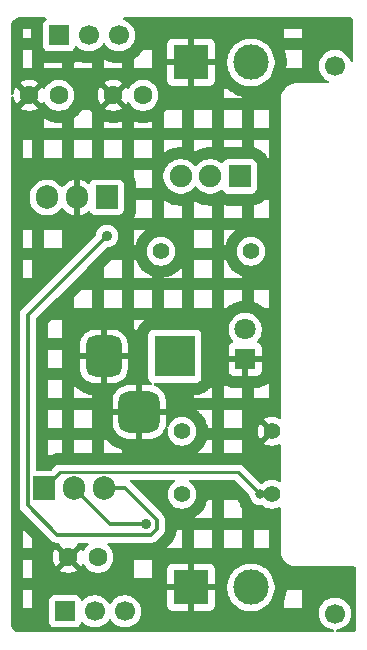
<source format=gbl>
%TF.GenerationSoftware,KiCad,Pcbnew,9.0.4*%
%TF.CreationDate,2026-02-14T22:34:29+05:30*%
%TF.ProjectId,Breadboard_PowerSupply,42726561-6462-46f6-9172-645f506f7765,rev?*%
%TF.SameCoordinates,Original*%
%TF.FileFunction,Copper,L2,Bot*%
%TF.FilePolarity,Positive*%
%FSLAX46Y46*%
G04 Gerber Fmt 4.6, Leading zero omitted, Abs format (unit mm)*
G04 Created by KiCad (PCBNEW 9.0.4) date 2026-02-14 22:34:29*
%MOMM*%
%LPD*%
G01*
G04 APERTURE LIST*
G04 Aperture macros list*
%AMRoundRect*
0 Rectangle with rounded corners*
0 $1 Rounding radius*
0 $2 $3 $4 $5 $6 $7 $8 $9 X,Y pos of 4 corners*
0 Add a 4 corners polygon primitive as box body*
4,1,4,$2,$3,$4,$5,$6,$7,$8,$9,$2,$3,0*
0 Add four circle primitives for the rounded corners*
1,1,$1+$1,$2,$3*
1,1,$1+$1,$4,$5*
1,1,$1+$1,$6,$7*
1,1,$1+$1,$8,$9*
0 Add four rect primitives between the rounded corners*
20,1,$1+$1,$2,$3,$4,$5,0*
20,1,$1+$1,$4,$5,$6,$7,0*
20,1,$1+$1,$6,$7,$8,$9,0*
20,1,$1+$1,$8,$9,$2,$3,0*%
G04 Aperture macros list end*
%TA.AperFunction,ComponentPad*%
%ADD10C,1.400000*%
%TD*%
%TA.AperFunction,ComponentPad*%
%ADD11R,3.000000X3.000000*%
%TD*%
%TA.AperFunction,ComponentPad*%
%ADD12C,3.000000*%
%TD*%
%TA.AperFunction,ComponentPad*%
%ADD13R,1.900000X1.900000*%
%TD*%
%TA.AperFunction,ComponentPad*%
%ADD14C,1.900000*%
%TD*%
%TA.AperFunction,ComponentPad*%
%ADD15C,1.600000*%
%TD*%
%TA.AperFunction,ComponentPad*%
%ADD16R,1.700000X1.700000*%
%TD*%
%TA.AperFunction,ComponentPad*%
%ADD17C,1.700000*%
%TD*%
%TA.AperFunction,ComponentPad*%
%ADD18R,1.905000X2.000000*%
%TD*%
%TA.AperFunction,ComponentPad*%
%ADD19O,1.905000X2.000000*%
%TD*%
%TA.AperFunction,ComponentPad*%
%ADD20R,3.500000X3.500000*%
%TD*%
%TA.AperFunction,ComponentPad*%
%ADD21RoundRect,0.750000X-0.750000X-1.000000X0.750000X-1.000000X0.750000X1.000000X-0.750000X1.000000X0*%
%TD*%
%TA.AperFunction,ComponentPad*%
%ADD22RoundRect,0.875000X-0.875000X-0.875000X0.875000X-0.875000X0.875000X0.875000X-0.875000X0.875000X0*%
%TD*%
%TA.AperFunction,ComponentPad*%
%ADD23R,1.800000X1.800000*%
%TD*%
%TA.AperFunction,ComponentPad*%
%ADD24C,1.800000*%
%TD*%
%TA.AperFunction,ViaPad*%
%ADD25C,0.900000*%
%TD*%
%TA.AperFunction,ViaPad*%
%ADD26C,0.800000*%
%TD*%
%TA.AperFunction,Conductor*%
%ADD27C,0.350000*%
%TD*%
%TA.AperFunction,Conductor*%
%ADD28C,0.250000*%
%TD*%
G04 APERTURE END LIST*
D10*
%TO.P,R2,1*%
%TO.N,Net-(D1-A)*%
X151892000Y-80010000D03*
%TO.P,R2,2*%
%TO.N,/12V*%
X144272000Y-80010000D03*
%TD*%
D11*
%TO.P,J5,1,Pin_1*%
%TO.N,GND*%
X146812000Y-64008000D03*
D12*
%TO.P,J5,2,Pin_2*%
%TO.N,/PWR_OUT_TOP*%
X151892000Y-64008000D03*
%TD*%
D13*
%TO.P,S1,1*%
%TO.N,/12V*%
X150950000Y-73660000D03*
D14*
%TO.P,S1,2*%
%TO.N,/PWR_Input*%
X148450000Y-73660000D03*
%TO.P,S1,3*%
%TO.N,unconnected-(S1-Pad3)*%
X145950000Y-73660000D03*
%TD*%
D10*
%TO.P,R1,2*%
%TO.N,/3.3V*%
X146050000Y-100584000D03*
%TO.P,R1,1*%
%TO.N,Net-(U2-ADJ)*%
X153670000Y-100584000D03*
%TD*%
%TO.P,R3,2*%
%TO.N,Net-(U2-ADJ)*%
X146050000Y-95250000D03*
%TO.P,R3,1*%
%TO.N,GND*%
X153670000Y-95250000D03*
%TD*%
D12*
%TO.P,J7,2,Pin_2*%
%TO.N,/PWR_OUT_BOT*%
X151892000Y-108458000D03*
D11*
%TO.P,J7,1,Pin_1*%
%TO.N,GND*%
X146812000Y-108458000D03*
%TD*%
D15*
%TO.P,C1,1*%
%TO.N,/12V*%
X142748000Y-66802000D03*
%TO.P,C1,2*%
%TO.N,GND*%
X140248000Y-66802000D03*
%TD*%
%TO.P,C3,1*%
%TO.N,/3.3V*%
X138938000Y-105918000D03*
%TO.P,C3,2*%
%TO.N,GND*%
X136438000Y-105918000D03*
%TD*%
%TO.P,C2,1*%
%TO.N,/5V*%
X135616000Y-66802000D03*
%TO.P,C2,2*%
%TO.N,GND*%
X133116000Y-66802000D03*
%TD*%
D16*
%TO.P,J1,1,Pin_1*%
%TO.N,GND*%
X159004000Y-61778000D03*
D17*
%TO.P,J1,2,Pin_2*%
%TO.N,/PWR_OUT_TOP*%
X159004000Y-64318000D03*
%TD*%
D16*
%TO.P,J2,1,Pin_1*%
%TO.N,GND*%
X159004000Y-108138000D03*
D17*
%TO.P,J2,2,Pin_2*%
%TO.N,/PWR_OUT_BOT*%
X159004000Y-110678000D03*
%TD*%
D16*
%TO.P,J3,1,Pin_1*%
%TO.N,/3.3V*%
X135636000Y-61722000D03*
D17*
%TO.P,J3,2,Pin_2*%
%TO.N,/PWR_OUT_TOP*%
X138176000Y-61722000D03*
%TO.P,J3,3,Pin_3*%
%TO.N,/5V*%
X140716000Y-61722000D03*
%TD*%
D16*
%TO.P,J4,1,Pin_1*%
%TO.N,/3.3V*%
X136144000Y-110490000D03*
D17*
%TO.P,J4,2,Pin_2*%
%TO.N,/PWR_OUT_BOT*%
X138684000Y-110490000D03*
%TO.P,J4,3,Pin_3*%
%TO.N,/5V*%
X141224000Y-110490000D03*
%TD*%
D18*
%TO.P,U1,1,VI*%
%TO.N,/12V*%
X139700000Y-75438000D03*
D19*
%TO.P,U1,2,GND*%
%TO.N,GND*%
X137160000Y-75438000D03*
%TO.P,U1,3,VO*%
%TO.N,/5V*%
X134620000Y-75438000D03*
%TD*%
D20*
%TO.P,J6,1*%
%TO.N,/PWR_Input*%
X145446000Y-88900000D03*
D21*
%TO.P,J6,2*%
%TO.N,GND*%
X139446000Y-88900000D03*
D22*
%TO.P,J6,3*%
X142446000Y-93600000D03*
%TD*%
D18*
%TO.P,U2,1,ADJ*%
%TO.N,Net-(U2-ADJ)*%
X134366000Y-100076000D03*
D19*
%TO.P,U2,2,VO*%
%TO.N,/3.3V*%
X136906000Y-100076000D03*
%TO.P,U2,3,VI*%
%TO.N,/12V*%
X139446000Y-100076000D03*
%TD*%
D23*
%TO.P,D1,1,K*%
%TO.N,GND*%
X151410000Y-89154000D03*
D24*
%TO.P,D1,2,A*%
%TO.N,Net-(D1-A)*%
X151410000Y-86614000D03*
%TD*%
D25*
%TO.N,/12V*%
X139700000Y-78720000D03*
D26*
%TO.N,Net-(U2-ADJ)*%
X152670000Y-100584000D03*
D25*
%TO.N,/3.3V*%
X143051000Y-103124000D03*
%TD*%
D27*
%TO.N,/12V*%
X143927000Y-102761148D02*
X141241852Y-100076000D01*
X143927000Y-103486852D02*
X143927000Y-102761148D01*
X143413852Y-104000000D02*
X143927000Y-103486852D01*
X135485500Y-104000000D02*
X143413852Y-104000000D01*
X132987500Y-101502000D02*
X135485500Y-104000000D01*
X132987500Y-85432500D02*
X132987500Y-101502000D01*
X139700000Y-78720000D02*
X132987500Y-85432500D01*
X141241852Y-100076000D02*
X139446000Y-100076000D01*
D28*
%TO.N,Net-(U2-ADJ)*%
X152670000Y-100584000D02*
X150786000Y-98700000D01*
X150786000Y-98700000D02*
X135742000Y-98700000D01*
X135742000Y-98700000D02*
X134366000Y-100076000D01*
D27*
%TO.N,/3.3V*%
X139954000Y-103124000D02*
X136906000Y-100076000D01*
X143051000Y-103124000D02*
X139954000Y-103124000D01*
%TD*%
%TA.AperFunction,Conductor*%
%TO.N,GND*%
G36*
X134537407Y-60210502D02*
G01*
X134583900Y-60264158D01*
X134594004Y-60334432D01*
X134564510Y-60399012D01*
X134544795Y-60417368D01*
X134422738Y-60508738D01*
X134335112Y-60625792D01*
X134335110Y-60625797D01*
X134284011Y-60762795D01*
X134284009Y-60762803D01*
X134277500Y-60823350D01*
X134277500Y-62620649D01*
X134284009Y-62681196D01*
X134284011Y-62681204D01*
X134335110Y-62818202D01*
X134335112Y-62818207D01*
X134422738Y-62935261D01*
X134539792Y-63022887D01*
X134539794Y-63022888D01*
X134539796Y-63022889D01*
X134598875Y-63044924D01*
X134676795Y-63073988D01*
X134676803Y-63073990D01*
X134737350Y-63080499D01*
X134737355Y-63080499D01*
X134737362Y-63080500D01*
X134737368Y-63080500D01*
X136534632Y-63080500D01*
X136534638Y-63080500D01*
X136534645Y-63080499D01*
X136534649Y-63080499D01*
X136595196Y-63073990D01*
X136595199Y-63073989D01*
X136595201Y-63073989D01*
X136732204Y-63022889D01*
X136736947Y-63019339D01*
X136849261Y-62935261D01*
X136936887Y-62818207D01*
X136936887Y-62818206D01*
X136936889Y-62818204D01*
X136980869Y-62700288D01*
X137023414Y-62643456D01*
X137089934Y-62618645D01*
X137159308Y-62633736D01*
X137188018Y-62655229D01*
X137290990Y-62758201D01*
X137290993Y-62758203D01*
X137290996Y-62758206D01*
X137463991Y-62883894D01*
X137654517Y-62980972D01*
X137857878Y-63047047D01*
X137857879Y-63047047D01*
X137857884Y-63047049D01*
X138069084Y-63080500D01*
X138069087Y-63080500D01*
X138282913Y-63080500D01*
X138282916Y-63080500D01*
X138494116Y-63047049D01*
X138697483Y-62980972D01*
X138888009Y-62883894D01*
X139061004Y-62758206D01*
X139212206Y-62607004D01*
X139337894Y-62434009D01*
X139337899Y-62433997D01*
X139338561Y-62432920D01*
X139338924Y-62432591D01*
X139340804Y-62430004D01*
X139341347Y-62430398D01*
X139391204Y-62385283D01*
X139461244Y-62373670D01*
X139526445Y-62401766D01*
X139551021Y-62430130D01*
X139551196Y-62430004D01*
X139552668Y-62432030D01*
X139553439Y-62432920D01*
X139554105Y-62434007D01*
X139554106Y-62434009D01*
X139679794Y-62607004D01*
X139679796Y-62607006D01*
X139679798Y-62607009D01*
X139830990Y-62758201D01*
X139830993Y-62758203D01*
X139830996Y-62758206D01*
X140003991Y-62883894D01*
X140194517Y-62980972D01*
X140397878Y-63047047D01*
X140397879Y-63047047D01*
X140397884Y-63047049D01*
X140609084Y-63080500D01*
X140609087Y-63080500D01*
X140822913Y-63080500D01*
X140822916Y-63080500D01*
X141034116Y-63047049D01*
X141237483Y-62980972D01*
X141428009Y-62883894D01*
X141601004Y-62758206D01*
X141752206Y-62607004D01*
X141859445Y-62459402D01*
X144804000Y-62459402D01*
X144804000Y-63754000D01*
X146094593Y-63754000D01*
X146081207Y-63786316D01*
X146052000Y-63933147D01*
X146052000Y-64082853D01*
X146081207Y-64229684D01*
X146094593Y-64262000D01*
X144804000Y-64262000D01*
X144804000Y-65556597D01*
X144810505Y-65617093D01*
X144861555Y-65753964D01*
X144861555Y-65753965D01*
X144949095Y-65870904D01*
X145066034Y-65958444D01*
X145202906Y-66009494D01*
X145263402Y-66015999D01*
X145263415Y-66016000D01*
X146558000Y-66016000D01*
X146558000Y-64725407D01*
X146590316Y-64738793D01*
X146737147Y-64768000D01*
X146886853Y-64768000D01*
X147033684Y-64738793D01*
X147066000Y-64725407D01*
X147066000Y-66016000D01*
X148360585Y-66016000D01*
X148360597Y-66015999D01*
X148421093Y-66009494D01*
X148557964Y-65958444D01*
X148557965Y-65958444D01*
X148674904Y-65870904D01*
X148762444Y-65753965D01*
X148762444Y-65753964D01*
X148813494Y-65617093D01*
X148819999Y-65556597D01*
X148820000Y-65556585D01*
X148820000Y-64262000D01*
X147529407Y-64262000D01*
X147542793Y-64229684D01*
X147572000Y-64082853D01*
X147572000Y-63933147D01*
X147560703Y-63876353D01*
X149883500Y-63876353D01*
X149883500Y-64139646D01*
X149917864Y-64400672D01*
X149917865Y-64400678D01*
X149917866Y-64400680D01*
X149986010Y-64654997D01*
X150086766Y-64898243D01*
X150086767Y-64898244D01*
X150086772Y-64898255D01*
X150218407Y-65126253D01*
X150378689Y-65335138D01*
X150378698Y-65335148D01*
X150564851Y-65521301D01*
X150564861Y-65521310D01*
X150564862Y-65521311D01*
X150755934Y-65667925D01*
X150773746Y-65681592D01*
X151001744Y-65813227D01*
X151001748Y-65813228D01*
X151001757Y-65813234D01*
X151245003Y-65913990D01*
X151499320Y-65982134D01*
X151499326Y-65982134D01*
X151499327Y-65982135D01*
X151529281Y-65986078D01*
X151760356Y-66016500D01*
X151760363Y-66016500D01*
X152023637Y-66016500D01*
X152023644Y-66016500D01*
X152284680Y-65982134D01*
X152538997Y-65913990D01*
X152782243Y-65813234D01*
X153010257Y-65681590D01*
X153219138Y-65521311D01*
X153405311Y-65335138D01*
X153565590Y-65126257D01*
X153697234Y-64898243D01*
X153797990Y-64654997D01*
X153866134Y-64400680D01*
X153900500Y-64139644D01*
X153900500Y-63876356D01*
X153866134Y-63615320D01*
X153797990Y-63361003D01*
X153697234Y-63117757D01*
X153697228Y-63117748D01*
X153697227Y-63117744D01*
X153619144Y-62982500D01*
X154738754Y-62982500D01*
X154741152Y-62988290D01*
X154742665Y-62992118D01*
X154751448Y-63015450D01*
X154752839Y-63019339D01*
X154763507Y-63050766D01*
X154764768Y-63054690D01*
X154772010Y-63078563D01*
X154773143Y-63082529D01*
X154849874Y-63368893D01*
X154850874Y-63372887D01*
X154856532Y-63397148D01*
X154857402Y-63401175D01*
X154863879Y-63433725D01*
X154864618Y-63437786D01*
X154868686Y-63462420D01*
X154869292Y-63466503D01*
X154907989Y-63760446D01*
X154908460Y-63764538D01*
X154910903Y-63789335D01*
X154911240Y-63793439D01*
X154913413Y-63826556D01*
X154913615Y-63830681D01*
X154914432Y-63855626D01*
X154914500Y-63859751D01*
X154914500Y-64156249D01*
X154914432Y-64160374D01*
X154913615Y-64185319D01*
X154913413Y-64189444D01*
X154911240Y-64222561D01*
X154910903Y-64226665D01*
X154908460Y-64251462D01*
X154907989Y-64255554D01*
X154874689Y-64508500D01*
X156202500Y-64508500D01*
X156202500Y-62982500D01*
X154738754Y-62982500D01*
X153619144Y-62982500D01*
X153565592Y-62889746D01*
X153561099Y-62883891D01*
X153405311Y-62680862D01*
X153405310Y-62680861D01*
X153405301Y-62680851D01*
X153219148Y-62494698D01*
X153219138Y-62494689D01*
X153135352Y-62430398D01*
X153010257Y-62334410D01*
X153010256Y-62334409D01*
X153010253Y-62334407D01*
X152782255Y-62202772D01*
X152782247Y-62202768D01*
X152782243Y-62202766D01*
X152538997Y-62102010D01*
X152284680Y-62033866D01*
X152284678Y-62033865D01*
X152284672Y-62033864D01*
X152023646Y-61999500D01*
X152023644Y-61999500D01*
X151760356Y-61999500D01*
X151760353Y-61999500D01*
X151499327Y-62033864D01*
X151245003Y-62102010D01*
X151001755Y-62202767D01*
X151001744Y-62202772D01*
X150773746Y-62334407D01*
X150564861Y-62494689D01*
X150564851Y-62494698D01*
X150378698Y-62680851D01*
X150378689Y-62680861D01*
X150218407Y-62889746D01*
X150086772Y-63117744D01*
X150086767Y-63117755D01*
X150086766Y-63117757D01*
X150031829Y-63250386D01*
X149986010Y-63361003D01*
X149917864Y-63615327D01*
X149883500Y-63876353D01*
X147560703Y-63876353D01*
X147542793Y-63786316D01*
X147529407Y-63754000D01*
X148820000Y-63754000D01*
X148820000Y-62459414D01*
X148819999Y-62459402D01*
X148813494Y-62398906D01*
X148762444Y-62262035D01*
X148762444Y-62262034D01*
X148674904Y-62145095D01*
X148557965Y-62057555D01*
X148421093Y-62006505D01*
X148360597Y-62000000D01*
X147066000Y-62000000D01*
X147066000Y-63290592D01*
X147033684Y-63277207D01*
X146886853Y-63248000D01*
X146737147Y-63248000D01*
X146590316Y-63277207D01*
X146558000Y-63290592D01*
X146558000Y-62000000D01*
X145263402Y-62000000D01*
X145202906Y-62006505D01*
X145066035Y-62057555D01*
X145066034Y-62057555D01*
X144949095Y-62145095D01*
X144861555Y-62262034D01*
X144861555Y-62262035D01*
X144810505Y-62398906D01*
X144804000Y-62459402D01*
X141859445Y-62459402D01*
X141877894Y-62434009D01*
X141974972Y-62243483D01*
X142041049Y-62040116D01*
X142052392Y-61968500D01*
X154676500Y-61968500D01*
X156202500Y-61968500D01*
X156202500Y-61204500D01*
X154676500Y-61204500D01*
X154676500Y-61968500D01*
X142052392Y-61968500D01*
X142074500Y-61828916D01*
X142074500Y-61615084D01*
X142041049Y-61403884D01*
X141974972Y-61200517D01*
X141877894Y-61009991D01*
X141752206Y-60836996D01*
X141752203Y-60836993D01*
X141752201Y-60836990D01*
X141601009Y-60685798D01*
X141601006Y-60685796D01*
X141601004Y-60685794D01*
X141428009Y-60560106D01*
X141237483Y-60463028D01*
X141237480Y-60463027D01*
X141237478Y-60463026D01*
X141155323Y-60436333D01*
X141096717Y-60396260D01*
X141069080Y-60330863D01*
X141081187Y-60260906D01*
X141129193Y-60208600D01*
X141194259Y-60190500D01*
X160208108Y-60190500D01*
X160264081Y-60190500D01*
X160283791Y-60192051D01*
X160312534Y-60196603D01*
X160335099Y-60200177D01*
X160372588Y-60212358D01*
X160409925Y-60231382D01*
X160441818Y-60254554D01*
X160471445Y-60284181D01*
X160494617Y-60316074D01*
X160513640Y-60353409D01*
X160525821Y-60390898D01*
X160533948Y-60442205D01*
X160535500Y-60461918D01*
X160535500Y-63839741D01*
X160515498Y-63907862D01*
X160461842Y-63954355D01*
X160391568Y-63964459D01*
X160326988Y-63934965D01*
X160289667Y-63878677D01*
X160262973Y-63796521D01*
X160262972Y-63796517D01*
X160165894Y-63605991D01*
X160040206Y-63432996D01*
X160040203Y-63432993D01*
X160040201Y-63432990D01*
X159889009Y-63281798D01*
X159889006Y-63281796D01*
X159889004Y-63281794D01*
X159716009Y-63156106D01*
X159525483Y-63059028D01*
X159525480Y-63059027D01*
X159525478Y-63059026D01*
X159322120Y-62992952D01*
X159322123Y-62992952D01*
X159246490Y-62980973D01*
X159110916Y-62959500D01*
X158897084Y-62959500D01*
X158685884Y-62992951D01*
X158685878Y-62992952D01*
X158482521Y-63059026D01*
X158482515Y-63059029D01*
X158291987Y-63156108D01*
X158118993Y-63281796D01*
X158118990Y-63281798D01*
X157967798Y-63432990D01*
X157967796Y-63432993D01*
X157842108Y-63605987D01*
X157745029Y-63796515D01*
X157745026Y-63796521D01*
X157678952Y-63999878D01*
X157678951Y-63999883D01*
X157678951Y-63999884D01*
X157645500Y-64211084D01*
X157645500Y-64424916D01*
X157678951Y-64636116D01*
X157678952Y-64636121D01*
X157745026Y-64839478D01*
X157745028Y-64839483D01*
X157842106Y-65030009D01*
X157967794Y-65203004D01*
X157967796Y-65203006D01*
X157967798Y-65203009D01*
X158118990Y-65354201D01*
X158118993Y-65354203D01*
X158118996Y-65354206D01*
X158291991Y-65479894D01*
X158439854Y-65555234D01*
X158491468Y-65603981D01*
X158508534Y-65672896D01*
X158485633Y-65740098D01*
X158430036Y-65784250D01*
X158382650Y-65793500D01*
X155767892Y-65793500D01*
X155702000Y-65793500D01*
X155602639Y-65793500D01*
X155406364Y-65824587D01*
X155406358Y-65824588D01*
X155217372Y-65885993D01*
X155217366Y-65885996D01*
X155040302Y-65976215D01*
X154879533Y-66093021D01*
X154879530Y-66093023D01*
X154739023Y-66233530D01*
X154739021Y-66233533D01*
X154622215Y-66394302D01*
X154531996Y-66571366D01*
X154531993Y-66571372D01*
X154470588Y-66760358D01*
X154470587Y-66760363D01*
X154470587Y-66760364D01*
X154443572Y-66930934D01*
X154439500Y-66956642D01*
X154439500Y-94080696D01*
X154419498Y-94148817D01*
X154365842Y-94195310D01*
X154295568Y-94205414D01*
X154256298Y-94192963D01*
X154133712Y-94130503D01*
X153952877Y-94071746D01*
X153765069Y-94042000D01*
X153574931Y-94042000D01*
X153387122Y-94071746D01*
X153206287Y-94130503D01*
X153036871Y-94216824D01*
X153013219Y-94234008D01*
X153013219Y-94234009D01*
X153679211Y-94900000D01*
X153623922Y-94900000D01*
X153534905Y-94923852D01*
X153455095Y-94969930D01*
X153389930Y-95035095D01*
X153343852Y-95114905D01*
X153320000Y-95203922D01*
X153320000Y-95296078D01*
X153343852Y-95385095D01*
X153389930Y-95464905D01*
X153455095Y-95530070D01*
X153534905Y-95576148D01*
X153623922Y-95600000D01*
X153679208Y-95600000D01*
X153013218Y-96265989D01*
X153013219Y-96265990D01*
X153036866Y-96283171D01*
X153036868Y-96283172D01*
X153206290Y-96369497D01*
X153387122Y-96428253D01*
X153574931Y-96458000D01*
X153765069Y-96458000D01*
X153952877Y-96428253D01*
X154133709Y-96369497D01*
X154256297Y-96307036D01*
X154326074Y-96293932D01*
X154391859Y-96320632D01*
X154432765Y-96378660D01*
X154439500Y-96419303D01*
X154439500Y-99414135D01*
X154419498Y-99482256D01*
X154365842Y-99528749D01*
X154295568Y-99538853D01*
X154256297Y-99526402D01*
X154177559Y-99486283D01*
X154133903Y-99464039D01*
X153952991Y-99405257D01*
X153765111Y-99375500D01*
X153574889Y-99375500D01*
X153387009Y-99405257D01*
X153387006Y-99405257D01*
X153387005Y-99405258D01*
X153206097Y-99464039D01*
X153206095Y-99464040D01*
X153036604Y-99550400D01*
X152886452Y-99659492D01*
X152819584Y-99683351D01*
X152787810Y-99681135D01*
X152759483Y-99675500D01*
X152759479Y-99675500D01*
X152709594Y-99675500D01*
X152641473Y-99655498D01*
X152620499Y-99638595D01*
X151189835Y-98207931D01*
X151189833Y-98207929D01*
X151086075Y-98138600D01*
X150970785Y-98090845D01*
X150897086Y-98076185D01*
X150848396Y-98066500D01*
X150848394Y-98066500D01*
X135804394Y-98066500D01*
X135679606Y-98066500D01*
X135679603Y-98066500D01*
X135606568Y-98081028D01*
X135557215Y-98090845D01*
X135557213Y-98090845D01*
X135557212Y-98090846D01*
X135441923Y-98138601D01*
X135338171Y-98207926D01*
X135338164Y-98207931D01*
X135015501Y-98530595D01*
X134953189Y-98564621D01*
X134926406Y-98567500D01*
X133797000Y-98567500D01*
X133728879Y-98547498D01*
X133682386Y-98493842D01*
X133671000Y-98441500D01*
X133671000Y-97432216D01*
X134685000Y-97432216D01*
X134714104Y-97408328D01*
X134718984Y-97404519D01*
X134749051Y-97382219D01*
X134754109Y-97378657D01*
X134899275Y-97281660D01*
X134904499Y-97278352D01*
X134936583Y-97259121D01*
X134941963Y-97256073D01*
X134985874Y-97232601D01*
X134991400Y-97229819D01*
X135025223Y-97213822D01*
X135030876Y-97211316D01*
X135192184Y-97144499D01*
X135197958Y-97142272D01*
X135233215Y-97129658D01*
X135239095Y-97127716D01*
X135286746Y-97113266D01*
X135292700Y-97111619D01*
X135328959Y-97102538D01*
X135334987Y-97101184D01*
X135506204Y-97067125D01*
X135512301Y-97066067D01*
X135549323Y-97060576D01*
X135555463Y-97059819D01*
X135605016Y-97054940D01*
X135611183Y-97054486D01*
X135648537Y-97052652D01*
X135654716Y-97052500D01*
X135882500Y-97052500D01*
X136896500Y-97052500D01*
X138422500Y-97052500D01*
X139436500Y-97052500D01*
X140962500Y-97052500D01*
X147350214Y-97052500D01*
X148582500Y-97052500D01*
X149596500Y-97052500D01*
X150873284Y-97052500D01*
X150879463Y-97052652D01*
X150916817Y-97054486D01*
X150922984Y-97054940D01*
X150972537Y-97059819D01*
X150978677Y-97060576D01*
X151015699Y-97066067D01*
X151021796Y-97067125D01*
X151122500Y-97087157D01*
X151122500Y-96002500D01*
X149596500Y-96002500D01*
X149596500Y-97052500D01*
X148582500Y-97052500D01*
X148582500Y-96002500D01*
X148142372Y-96002500D01*
X148128179Y-96046183D01*
X148126558Y-96050857D01*
X148116203Y-96078926D01*
X148114401Y-96083532D01*
X148099160Y-96120329D01*
X148097176Y-96124864D01*
X148084643Y-96152050D01*
X148082484Y-96156501D01*
X147978044Y-96361478D01*
X147975711Y-96365842D01*
X147961092Y-96391946D01*
X147958592Y-96396213D01*
X147937782Y-96430173D01*
X147935114Y-96434341D01*
X147918482Y-96459233D01*
X147915652Y-96463293D01*
X147780432Y-96649407D01*
X147777447Y-96653351D01*
X147758927Y-96676844D01*
X147755790Y-96680667D01*
X147729924Y-96710954D01*
X147726636Y-96714653D01*
X147706314Y-96736638D01*
X147702883Y-96740206D01*
X147540206Y-96902883D01*
X147536638Y-96906314D01*
X147514653Y-96926636D01*
X147510954Y-96929924D01*
X147480667Y-96955790D01*
X147476844Y-96958927D01*
X147453351Y-96977447D01*
X147449407Y-96980432D01*
X147350214Y-97052500D01*
X140962500Y-97052500D01*
X140962500Y-96798108D01*
X140942474Y-96793346D01*
X140937306Y-96792000D01*
X140895875Y-96780271D01*
X140890753Y-96778703D01*
X140860001Y-96768567D01*
X140854956Y-96766785D01*
X140594407Y-96668458D01*
X140589447Y-96666465D01*
X140559703Y-96653774D01*
X140554831Y-96651572D01*
X140515979Y-96633009D01*
X140511202Y-96630600D01*
X140482612Y-96615417D01*
X140477938Y-96612806D01*
X140237745Y-96471854D01*
X140233192Y-96469051D01*
X140205994Y-96451498D01*
X140201556Y-96448498D01*
X140166402Y-96423632D01*
X140162105Y-96420454D01*
X140136519Y-96400676D01*
X140132359Y-96397317D01*
X139919459Y-96217815D01*
X139915446Y-96214283D01*
X139891617Y-96192397D01*
X139887754Y-96188694D01*
X139857306Y-96158246D01*
X139853603Y-96154383D01*
X139831717Y-96130554D01*
X139828185Y-96126541D01*
X139723602Y-96002500D01*
X139436500Y-96002500D01*
X139436500Y-97052500D01*
X138422500Y-97052500D01*
X138422500Y-96002500D01*
X136896500Y-96002500D01*
X136896500Y-97052500D01*
X135882500Y-97052500D01*
X135882500Y-96002500D01*
X134685000Y-96002500D01*
X134685000Y-97432216D01*
X133671000Y-97432216D01*
X133671000Y-94988500D01*
X134685000Y-94988500D01*
X135882500Y-94988500D01*
X136896500Y-94988500D01*
X138422500Y-94988500D01*
X138422500Y-93462500D01*
X136896500Y-93462500D01*
X136896500Y-94988500D01*
X135882500Y-94988500D01*
X135882500Y-93462500D01*
X134685000Y-93462500D01*
X134685000Y-94988500D01*
X133671000Y-94988500D01*
X133671000Y-92630876D01*
X140188000Y-92630876D01*
X140188000Y-93346000D01*
X141015297Y-93346000D01*
X140980075Y-93407007D01*
X140946000Y-93534174D01*
X140946000Y-93665826D01*
X140980075Y-93792993D01*
X141015297Y-93854000D01*
X140188001Y-93854000D01*
X140188001Y-94569123D01*
X140190810Y-94622035D01*
X140190810Y-94622036D01*
X140235514Y-94853181D01*
X140318635Y-95073436D01*
X140437785Y-95276478D01*
X140589535Y-95456464D01*
X140769521Y-95608214D01*
X140972564Y-95727364D01*
X140972563Y-95727364D01*
X141192818Y-95810485D01*
X141423963Y-95855189D01*
X141476876Y-95857999D01*
X142192000Y-95857999D01*
X142192000Y-94100000D01*
X142700000Y-94100000D01*
X142700000Y-95857999D01*
X143415123Y-95857999D01*
X143468035Y-95855189D01*
X143468036Y-95855189D01*
X143699181Y-95810485D01*
X143919436Y-95727364D01*
X144122478Y-95608214D01*
X144302464Y-95456464D01*
X144454214Y-95276478D01*
X144573364Y-95073435D01*
X144573365Y-95073433D01*
X144622535Y-94943142D01*
X144652598Y-94903302D01*
X144827058Y-94903302D01*
X144851239Y-94927670D01*
X144866063Y-94997102D01*
X144864869Y-95007339D01*
X144854401Y-95073433D01*
X144841500Y-95154889D01*
X144841500Y-95345111D01*
X144871257Y-95532991D01*
X144930039Y-95713903D01*
X144930040Y-95713904D01*
X145016400Y-95883395D01*
X145128209Y-96037287D01*
X145262712Y-96171790D01*
X145291075Y-96192397D01*
X145416608Y-96283602D01*
X145586097Y-96369961D01*
X145767009Y-96428743D01*
X145954889Y-96458500D01*
X145954892Y-96458500D01*
X146145108Y-96458500D01*
X146145111Y-96458500D01*
X146332991Y-96428743D01*
X146513903Y-96369961D01*
X146683392Y-96283602D01*
X146837285Y-96171792D01*
X146971792Y-96037285D01*
X147083602Y-95883392D01*
X147169961Y-95713903D01*
X147228743Y-95532991D01*
X147258500Y-95345111D01*
X147258500Y-95154931D01*
X152462000Y-95154931D01*
X152462000Y-95345068D01*
X152491746Y-95532877D01*
X152550502Y-95713709D01*
X152636828Y-95883134D01*
X152654008Y-95906779D01*
X152654009Y-95906779D01*
X153310790Y-95249999D01*
X152654010Y-94593219D01*
X152654008Y-94593219D01*
X152636824Y-94616871D01*
X152550503Y-94786287D01*
X152491746Y-94967122D01*
X152462000Y-95154931D01*
X147258500Y-95154931D01*
X147258500Y-95154889D01*
X147228743Y-94967009D01*
X147169961Y-94786097D01*
X147083602Y-94616608D01*
X146971792Y-94462715D01*
X146971790Y-94462712D01*
X146837287Y-94328209D01*
X146683395Y-94216400D01*
X146683394Y-94216399D01*
X146683392Y-94216398D01*
X146513903Y-94130039D01*
X146332991Y-94071257D01*
X146145111Y-94041500D01*
X145954889Y-94041500D01*
X145767009Y-94071257D01*
X145767006Y-94071257D01*
X145767005Y-94071258D01*
X145586097Y-94130039D01*
X145586095Y-94130040D01*
X145416604Y-94216400D01*
X145262712Y-94328209D01*
X145128209Y-94462712D01*
X145016400Y-94616604D01*
X144985448Y-94677350D01*
X144930039Y-94786097D01*
X144929185Y-94788725D01*
X144917981Y-94823208D01*
X144877906Y-94881814D01*
X144827058Y-94903302D01*
X144652598Y-94903302D01*
X144665300Y-94886470D01*
X144711965Y-94869269D01*
X144690247Y-94849336D01*
X144672199Y-94780672D01*
X144674440Y-94760345D01*
X144701189Y-94622036D01*
X144704000Y-94569123D01*
X144704000Y-93854000D01*
X143876703Y-93854000D01*
X143911925Y-93792993D01*
X143946000Y-93665826D01*
X143946000Y-93534174D01*
X143926795Y-93462500D01*
X147370860Y-93462500D01*
X147449407Y-93519568D01*
X147453351Y-93522553D01*
X147476844Y-93541073D01*
X147480667Y-93544210D01*
X147510954Y-93570076D01*
X147514653Y-93573364D01*
X147536638Y-93593686D01*
X147540206Y-93597117D01*
X147702883Y-93759794D01*
X147706314Y-93763362D01*
X147726636Y-93785347D01*
X147729924Y-93789046D01*
X147755790Y-93819333D01*
X147758927Y-93823156D01*
X147777447Y-93846649D01*
X147780432Y-93850593D01*
X147915652Y-94036707D01*
X147918482Y-94040767D01*
X147935114Y-94065659D01*
X147937782Y-94069827D01*
X147958592Y-94103787D01*
X147961092Y-94108054D01*
X147975711Y-94134158D01*
X147978044Y-94138522D01*
X148082484Y-94343499D01*
X148084643Y-94347950D01*
X148097176Y-94375136D01*
X148099160Y-94379671D01*
X148114401Y-94416468D01*
X148116203Y-94421074D01*
X148126558Y-94449143D01*
X148128179Y-94453817D01*
X148199270Y-94672612D01*
X148200707Y-94677350D01*
X148208835Y-94706173D01*
X148210084Y-94710960D01*
X148219381Y-94749689D01*
X148220442Y-94754524D01*
X148226276Y-94783860D01*
X148227145Y-94788725D01*
X148258786Y-94988500D01*
X148582500Y-94988500D01*
X149596500Y-94988500D01*
X151122500Y-94988500D01*
X151122500Y-93462500D01*
X149596500Y-93462500D01*
X149596500Y-94988500D01*
X148582500Y-94988500D01*
X148582500Y-93462500D01*
X147370860Y-93462500D01*
X143926795Y-93462500D01*
X143911925Y-93407007D01*
X143876703Y-93346000D01*
X144703999Y-93346000D01*
X144703999Y-92630876D01*
X144701189Y-92577964D01*
X144701189Y-92577963D01*
X144656485Y-92346818D01*
X144590700Y-92172500D01*
X147056500Y-92172500D01*
X147056500Y-92448500D01*
X148582500Y-92448500D01*
X149596500Y-92448500D01*
X151122500Y-92448500D01*
X151122500Y-91576000D01*
X152136500Y-91576000D01*
X152136500Y-92448500D01*
X153425500Y-92448500D01*
X153425500Y-91097274D01*
X153421655Y-91101712D01*
X153415526Y-91108294D01*
X153364294Y-91159526D01*
X153357712Y-91165655D01*
X153316578Y-91201298D01*
X153309574Y-91206942D01*
X153134624Y-91337908D01*
X153127234Y-91343039D01*
X153081431Y-91372474D01*
X153073693Y-91377065D01*
X153010100Y-91411786D01*
X153002059Y-91415810D01*
X152952561Y-91438414D01*
X152944253Y-91441856D01*
X152743753Y-91516638D01*
X152736298Y-91519156D01*
X152690724Y-91532981D01*
X152683123Y-91535030D01*
X152621439Y-91549606D01*
X152613726Y-91551176D01*
X152566796Y-91559211D01*
X152559004Y-91560296D01*
X152453486Y-91571642D01*
X152450122Y-91571958D01*
X152429768Y-91573596D01*
X152426398Y-91573822D01*
X152399282Y-91575274D01*
X152395919Y-91575409D01*
X152375535Y-91575955D01*
X152372161Y-91576000D01*
X152136500Y-91576000D01*
X151122500Y-91576000D01*
X150447839Y-91576000D01*
X150444465Y-91575955D01*
X150424081Y-91575409D01*
X150420718Y-91575274D01*
X150393602Y-91573822D01*
X150390232Y-91573596D01*
X150369878Y-91571958D01*
X150366514Y-91571642D01*
X150260996Y-91560296D01*
X150253204Y-91559211D01*
X150206274Y-91551176D01*
X150198561Y-91549606D01*
X150136877Y-91535030D01*
X150129276Y-91532981D01*
X150083702Y-91519156D01*
X150076247Y-91516638D01*
X149875747Y-91441856D01*
X149867439Y-91438414D01*
X149817941Y-91415810D01*
X149809900Y-91411786D01*
X149746307Y-91377065D01*
X149738569Y-91372474D01*
X149692766Y-91343039D01*
X149685376Y-91337908D01*
X149596500Y-91271376D01*
X149596500Y-92448500D01*
X148582500Y-92448500D01*
X148582500Y-91288834D01*
X148580856Y-91292804D01*
X148558254Y-91342300D01*
X148554228Y-91350344D01*
X148519507Y-91413935D01*
X148514917Y-91421671D01*
X148485482Y-91467475D01*
X148480351Y-91474866D01*
X148349299Y-91649930D01*
X148343656Y-91656933D01*
X148308013Y-91698068D01*
X148301883Y-91704651D01*
X148250651Y-91755883D01*
X148244068Y-91762013D01*
X148202933Y-91797656D01*
X148195930Y-91803299D01*
X148020866Y-91934351D01*
X148013475Y-91939482D01*
X147967671Y-91968917D01*
X147959935Y-91973507D01*
X147896344Y-92008228D01*
X147888300Y-92012254D01*
X147838804Y-92034856D01*
X147830499Y-92038296D01*
X147629874Y-92113127D01*
X147622421Y-92115645D01*
X147576862Y-92129467D01*
X147569261Y-92131516D01*
X147507572Y-92146095D01*
X147499861Y-92147665D01*
X147452906Y-92155706D01*
X147445106Y-92156792D01*
X147339519Y-92168143D01*
X147336156Y-92168459D01*
X147315809Y-92170096D01*
X147312442Y-92170322D01*
X147285330Y-92171774D01*
X147281966Y-92171909D01*
X147261582Y-92172455D01*
X147258208Y-92172500D01*
X147056500Y-92172500D01*
X144590700Y-92172500D01*
X144573364Y-92126563D01*
X144454214Y-91923521D01*
X144302464Y-91743535D01*
X144122478Y-91591785D01*
X143919435Y-91472635D01*
X143919436Y-91472635D01*
X143733286Y-91402385D01*
X143676615Y-91359619D01*
X143652061Y-91293003D01*
X143667420Y-91223688D01*
X143717816Y-91173680D01*
X143777774Y-91158500D01*
X147244632Y-91158500D01*
X147244638Y-91158500D01*
X147244645Y-91158499D01*
X147244649Y-91158499D01*
X147305196Y-91151990D01*
X147305199Y-91151989D01*
X147305201Y-91151989D01*
X147442204Y-91100889D01*
X147453805Y-91092205D01*
X147559261Y-91013261D01*
X147646887Y-90896207D01*
X147646887Y-90896206D01*
X147646889Y-90896204D01*
X147697989Y-90759201D01*
X147703334Y-90709490D01*
X147704499Y-90698649D01*
X147704500Y-90698632D01*
X147704500Y-87101367D01*
X147704499Y-87101350D01*
X147697990Y-87040803D01*
X147697988Y-87040795D01*
X147656815Y-86930408D01*
X147646889Y-86903796D01*
X147646888Y-86903794D01*
X147646887Y-86903792D01*
X147559261Y-86786738D01*
X147442207Y-86699112D01*
X147442202Y-86699110D01*
X147305204Y-86648011D01*
X147305196Y-86648009D01*
X147244649Y-86641500D01*
X147244638Y-86641500D01*
X143647362Y-86641500D01*
X143647350Y-86641500D01*
X143586803Y-86648009D01*
X143586795Y-86648011D01*
X143449797Y-86699110D01*
X143449792Y-86699112D01*
X143332738Y-86786738D01*
X143245112Y-86903792D01*
X143245110Y-86903797D01*
X143194011Y-87040795D01*
X143194009Y-87040803D01*
X143187500Y-87101350D01*
X143187500Y-90698649D01*
X143194009Y-90759196D01*
X143194011Y-90759204D01*
X143245110Y-90896202D01*
X143245112Y-90896207D01*
X143332738Y-91013261D01*
X143449792Y-91100887D01*
X143457701Y-91105205D01*
X143455929Y-91108450D01*
X143498721Y-91140469D01*
X143523547Y-91206983D01*
X143508471Y-91276361D01*
X143458280Y-91326574D01*
X143397870Y-91342000D01*
X142700000Y-91342000D01*
X142700000Y-93100000D01*
X142192000Y-93100000D01*
X142192000Y-91342000D01*
X141476876Y-91342000D01*
X141423964Y-91344810D01*
X141423963Y-91344810D01*
X141192818Y-91389514D01*
X140972563Y-91472635D01*
X140769521Y-91591785D01*
X140589535Y-91743535D01*
X140437785Y-91923521D01*
X140318635Y-92126563D01*
X140235514Y-92346818D01*
X140190810Y-92577963D01*
X140188000Y-92630876D01*
X133671000Y-92630876D01*
X133671000Y-92448500D01*
X134685000Y-92448500D01*
X135882500Y-92448500D01*
X136896500Y-92448500D01*
X138422500Y-92448500D01*
X138422500Y-92158695D01*
X138397584Y-92156734D01*
X138392311Y-92156207D01*
X138360494Y-92152351D01*
X138355250Y-92151603D01*
X138313140Y-92144693D01*
X138307926Y-92143724D01*
X138276517Y-92137202D01*
X138271347Y-92136015D01*
X138008994Y-92069908D01*
X138003543Y-92068403D01*
X137970778Y-92058564D01*
X137965398Y-92056816D01*
X137922431Y-92041780D01*
X137917140Y-92039795D01*
X137885402Y-92027064D01*
X137880203Y-92024841D01*
X137632588Y-91912369D01*
X137627494Y-91909916D01*
X137597020Y-91894389D01*
X137592042Y-91891710D01*
X137552449Y-91869245D01*
X137547593Y-91866344D01*
X137518628Y-91848144D01*
X137513909Y-91845029D01*
X137290356Y-91690151D01*
X137285782Y-91686828D01*
X137258574Y-91666112D01*
X137254155Y-91662588D01*
X137219210Y-91633415D01*
X137214950Y-91629694D01*
X137189698Y-91606613D01*
X137185611Y-91602704D01*
X136993296Y-91410389D01*
X136989387Y-91406302D01*
X136966306Y-91381050D01*
X136962585Y-91376790D01*
X136933412Y-91341845D01*
X136929888Y-91337426D01*
X136909172Y-91310218D01*
X136905849Y-91305644D01*
X136896500Y-91292149D01*
X136896500Y-92448500D01*
X135882500Y-92448500D01*
X135882500Y-90922500D01*
X134685000Y-90922500D01*
X134685000Y-92448500D01*
X133671000Y-92448500D01*
X133671000Y-89908500D01*
X134685000Y-89908500D01*
X135882500Y-89908500D01*
X135882500Y-88382500D01*
X134685000Y-88382500D01*
X134685000Y-89908500D01*
X133671000Y-89908500D01*
X133671000Y-87835393D01*
X137438000Y-87835393D01*
X137438000Y-88646000D01*
X138946000Y-88646000D01*
X138946000Y-89154000D01*
X137438000Y-89154000D01*
X137438000Y-89964606D01*
X137448467Y-90097594D01*
X137503794Y-90317167D01*
X137503797Y-90317176D01*
X137597441Y-90523340D01*
X137597444Y-90523346D01*
X137726394Y-90709473D01*
X137726408Y-90709490D01*
X137886509Y-90869591D01*
X137886526Y-90869605D01*
X138072653Y-90998555D01*
X138072659Y-90998558D01*
X138278823Y-91092202D01*
X138278832Y-91092205D01*
X138498405Y-91147532D01*
X138631393Y-91158000D01*
X139192000Y-91158000D01*
X139192000Y-90330702D01*
X139253007Y-90365925D01*
X139380174Y-90400000D01*
X139511826Y-90400000D01*
X139638993Y-90365925D01*
X139700000Y-90330702D01*
X139700000Y-91158000D01*
X140260607Y-91158000D01*
X140393594Y-91147532D01*
X140613167Y-91092205D01*
X140613176Y-91092202D01*
X140819340Y-90998558D01*
X140819346Y-90998555D01*
X141005473Y-90869605D01*
X141005490Y-90869591D01*
X141165591Y-90709490D01*
X141165605Y-90709473D01*
X141294555Y-90523346D01*
X141294558Y-90523340D01*
X141388202Y-90317176D01*
X141388205Y-90317167D01*
X141443532Y-90097594D01*
X141454000Y-89964606D01*
X141454000Y-89154000D01*
X139946000Y-89154000D01*
X139946000Y-88646000D01*
X141454000Y-88646000D01*
X141454000Y-87835393D01*
X141443532Y-87702405D01*
X141388205Y-87482832D01*
X141388202Y-87482823D01*
X141294558Y-87276659D01*
X141294555Y-87276653D01*
X141165605Y-87090526D01*
X141165591Y-87090509D01*
X141005490Y-86930408D01*
X141005473Y-86930394D01*
X140819346Y-86801444D01*
X140819340Y-86801441D01*
X140613176Y-86707797D01*
X140613167Y-86707794D01*
X140393594Y-86652467D01*
X140260607Y-86642000D01*
X139700000Y-86642000D01*
X139700000Y-87469297D01*
X139638993Y-87434075D01*
X139511826Y-87400000D01*
X139380174Y-87400000D01*
X139253007Y-87434075D01*
X139192000Y-87469297D01*
X139192000Y-86642000D01*
X138631393Y-86642000D01*
X138498405Y-86652467D01*
X138278832Y-86707794D01*
X138278823Y-86707797D01*
X138072659Y-86801441D01*
X138072653Y-86801444D01*
X137886526Y-86930394D01*
X137886509Y-86930408D01*
X137726408Y-87090509D01*
X137726394Y-87090526D01*
X137597444Y-87276653D01*
X137597441Y-87276659D01*
X137503797Y-87482823D01*
X137503794Y-87482832D01*
X137448467Y-87702405D01*
X137438000Y-87835393D01*
X133671000Y-87835393D01*
X133671000Y-86135625D01*
X134685000Y-86135625D01*
X134685000Y-87368500D01*
X135882500Y-87368500D01*
X135882500Y-86481470D01*
X141976500Y-86481470D01*
X141982828Y-86489782D01*
X141986151Y-86494356D01*
X142141029Y-86717909D01*
X142144144Y-86722628D01*
X142162344Y-86751593D01*
X142165245Y-86756449D01*
X142187710Y-86796042D01*
X142190389Y-86801020D01*
X142202929Y-86825631D01*
X142214484Y-86776739D01*
X142216533Y-86769138D01*
X142230355Y-86723579D01*
X142232873Y-86716126D01*
X142307704Y-86515501D01*
X142311144Y-86507196D01*
X142312992Y-86503149D01*
X150001500Y-86503149D01*
X150001500Y-86724851D01*
X150034055Y-86930394D01*
X150036183Y-86943829D01*
X150104690Y-87154671D01*
X150104692Y-87154676D01*
X150205343Y-87352215D01*
X150205345Y-87352218D01*
X150335658Y-87531578D01*
X150375658Y-87571578D01*
X150409684Y-87633890D01*
X150404619Y-87704705D01*
X150362072Y-87761541D01*
X150330597Y-87778728D01*
X150264037Y-87803554D01*
X150264034Y-87803555D01*
X150147095Y-87891095D01*
X150059555Y-88008034D01*
X150059555Y-88008035D01*
X150008505Y-88144906D01*
X150002000Y-88205402D01*
X150002000Y-88900000D01*
X151037032Y-88900000D01*
X150990667Y-88980306D01*
X150960000Y-89094756D01*
X150960000Y-89213244D01*
X150990667Y-89327694D01*
X151037032Y-89408000D01*
X150002000Y-89408000D01*
X150002000Y-90102597D01*
X150008505Y-90163093D01*
X150059555Y-90299964D01*
X150059555Y-90299965D01*
X150147095Y-90416904D01*
X150264034Y-90504444D01*
X150400906Y-90555494D01*
X150461402Y-90561999D01*
X150461415Y-90562000D01*
X151156000Y-90562000D01*
X151156000Y-89526968D01*
X151236306Y-89573333D01*
X151350756Y-89604000D01*
X151469244Y-89604000D01*
X151583694Y-89573333D01*
X151664000Y-89526968D01*
X151664000Y-90562000D01*
X152358585Y-90562000D01*
X152358597Y-90561999D01*
X152419093Y-90555494D01*
X152555964Y-90504444D01*
X152555965Y-90504444D01*
X152672904Y-90416904D01*
X152760444Y-90299965D01*
X152760444Y-90299964D01*
X152811494Y-90163093D01*
X152817999Y-90102597D01*
X152818000Y-90102585D01*
X152818000Y-89408000D01*
X151782968Y-89408000D01*
X151829333Y-89327694D01*
X151860000Y-89213244D01*
X151860000Y-89094756D01*
X151829333Y-88980306D01*
X151782968Y-88900000D01*
X152818000Y-88900000D01*
X152818000Y-88205414D01*
X152817999Y-88205402D01*
X152811494Y-88144906D01*
X152760444Y-88008035D01*
X152760444Y-88008034D01*
X152672904Y-87891095D01*
X152555965Y-87803555D01*
X152555960Y-87803553D01*
X152489403Y-87778728D01*
X152432567Y-87736181D01*
X152407757Y-87669661D01*
X152422849Y-87600287D01*
X152444342Y-87571577D01*
X152484341Y-87531578D01*
X152484343Y-87531576D01*
X152614657Y-87352215D01*
X152715308Y-87154676D01*
X152783818Y-86943824D01*
X152818500Y-86724851D01*
X152818500Y-86503149D01*
X152783818Y-86284176D01*
X152715308Y-86073324D01*
X152614657Y-85875785D01*
X152484343Y-85696424D01*
X152484341Y-85696421D01*
X152327578Y-85539658D01*
X152148218Y-85409345D01*
X152148217Y-85409344D01*
X152148215Y-85409343D01*
X151950676Y-85308692D01*
X151950673Y-85308691D01*
X151950671Y-85308690D01*
X151739829Y-85240183D01*
X151739825Y-85240182D01*
X151739824Y-85240182D01*
X151520851Y-85205500D01*
X151299149Y-85205500D01*
X151080176Y-85240182D01*
X151080170Y-85240183D01*
X150869328Y-85308690D01*
X150869322Y-85308693D01*
X150671781Y-85409345D01*
X150492421Y-85539658D01*
X150335658Y-85696421D01*
X150205345Y-85875781D01*
X150104693Y-86073322D01*
X150104690Y-86073328D01*
X150036183Y-86284170D01*
X150036182Y-86284175D01*
X150036182Y-86284176D01*
X150001500Y-86503149D01*
X142312992Y-86503149D01*
X142333746Y-86457700D01*
X142337772Y-86449656D01*
X142372493Y-86386065D01*
X142377083Y-86378329D01*
X142406518Y-86332525D01*
X142411649Y-86325134D01*
X142542701Y-86150070D01*
X142548344Y-86143067D01*
X142583987Y-86101932D01*
X142590117Y-86095349D01*
X142641349Y-86044117D01*
X142647932Y-86037987D01*
X142689067Y-86002344D01*
X142696070Y-85996701D01*
X142871134Y-85865649D01*
X142878525Y-85860518D01*
X142906563Y-85842500D01*
X141976500Y-85842500D01*
X141976500Y-86481470D01*
X135882500Y-86481470D01*
X135882500Y-85842500D01*
X134978125Y-85842500D01*
X134685000Y-86135625D01*
X133671000Y-86135625D01*
X133671000Y-85767805D01*
X133691002Y-85699684D01*
X133707905Y-85678710D01*
X135462491Y-83924124D01*
X136896500Y-83924124D01*
X136896500Y-84828500D01*
X138422500Y-84828500D01*
X139436500Y-84828500D01*
X140962500Y-84828500D01*
X141976500Y-84828500D01*
X143502500Y-84828500D01*
X144516500Y-84828500D01*
X146042500Y-84828500D01*
X147056500Y-84828500D01*
X148582500Y-84828500D01*
X149596500Y-84828500D01*
X149769569Y-84828500D01*
X149789503Y-84808566D01*
X149793071Y-84805135D01*
X149815056Y-84784813D01*
X149818756Y-84781525D01*
X149849042Y-84755660D01*
X149852866Y-84752522D01*
X149876360Y-84734002D01*
X149880301Y-84731018D01*
X150091882Y-84577293D01*
X150095945Y-84574462D01*
X150120838Y-84557830D01*
X150125004Y-84555163D01*
X150158964Y-84534353D01*
X150163232Y-84531852D01*
X150189337Y-84517233D01*
X150193699Y-84514901D01*
X150426725Y-84396169D01*
X150431177Y-84394010D01*
X150458363Y-84381477D01*
X150462898Y-84379493D01*
X150499695Y-84364252D01*
X150504301Y-84362450D01*
X150532370Y-84352095D01*
X150537044Y-84350474D01*
X150683502Y-84302887D01*
X152136500Y-84302887D01*
X152282956Y-84350474D01*
X152287630Y-84352095D01*
X152315699Y-84362450D01*
X152320305Y-84364252D01*
X152357102Y-84379493D01*
X152361637Y-84381477D01*
X152388823Y-84394010D01*
X152393275Y-84396169D01*
X152626301Y-84514901D01*
X152630663Y-84517233D01*
X152656768Y-84531852D01*
X152661036Y-84534353D01*
X152694996Y-84555163D01*
X152699162Y-84557830D01*
X152724055Y-84574462D01*
X152728118Y-84577293D01*
X152939699Y-84731018D01*
X152943640Y-84734002D01*
X152967134Y-84752522D01*
X152970958Y-84755660D01*
X153001244Y-84781525D01*
X153004944Y-84784813D01*
X153026929Y-84805135D01*
X153030497Y-84808566D01*
X153050431Y-84828500D01*
X153425500Y-84828500D01*
X153425500Y-83302500D01*
X152136500Y-83302500D01*
X152136500Y-84302887D01*
X150683502Y-84302887D01*
X150785780Y-84269655D01*
X150790513Y-84268219D01*
X150819335Y-84260090D01*
X150824130Y-84258839D01*
X150862859Y-84249543D01*
X150867690Y-84248483D01*
X150897025Y-84242649D01*
X150901891Y-84241780D01*
X151122500Y-84206838D01*
X151122500Y-83302500D01*
X149596500Y-83302500D01*
X149596500Y-84828500D01*
X148582500Y-84828500D01*
X148582500Y-83302500D01*
X147056500Y-83302500D01*
X147056500Y-84828500D01*
X146042500Y-84828500D01*
X146042500Y-83302500D01*
X144516500Y-83302500D01*
X144516500Y-84828500D01*
X143502500Y-84828500D01*
X143502500Y-83302500D01*
X141976500Y-83302500D01*
X141976500Y-84828500D01*
X140962500Y-84828500D01*
X140962500Y-83302500D01*
X139436500Y-83302500D01*
X139436500Y-84828500D01*
X138422500Y-84828500D01*
X138422500Y-83302500D01*
X137518124Y-83302500D01*
X136896500Y-83924124D01*
X135462491Y-83924124D01*
X138002491Y-81384124D01*
X139436500Y-81384124D01*
X139436500Y-82288500D01*
X140962500Y-82288500D01*
X141976500Y-82288500D01*
X143502500Y-82288500D01*
X143502500Y-82221479D01*
X144516500Y-82221479D01*
X144516500Y-82288500D01*
X146042500Y-82288500D01*
X147056500Y-82288500D01*
X148582500Y-82288500D01*
X149596500Y-82288500D01*
X151122500Y-82288500D01*
X151122500Y-82096848D01*
X151095817Y-82088179D01*
X151091143Y-82086558D01*
X151063074Y-82076203D01*
X151058468Y-82074401D01*
X151021671Y-82059160D01*
X151017136Y-82057176D01*
X150989950Y-82044643D01*
X150985499Y-82042484D01*
X150780522Y-81938044D01*
X150776158Y-81935711D01*
X150750054Y-81921092D01*
X150745787Y-81918592D01*
X150711827Y-81897782D01*
X150707659Y-81895114D01*
X150682767Y-81878482D01*
X150678707Y-81875652D01*
X150492593Y-81740432D01*
X150488649Y-81737447D01*
X150465156Y-81718927D01*
X150461333Y-81715790D01*
X150431046Y-81689924D01*
X150427347Y-81686636D01*
X150405362Y-81666314D01*
X150401794Y-81662883D01*
X150239117Y-81500206D01*
X150235686Y-81496638D01*
X150215364Y-81474653D01*
X150212076Y-81470954D01*
X150186210Y-81440667D01*
X150183073Y-81436844D01*
X150164553Y-81413351D01*
X150161568Y-81409407D01*
X150026348Y-81223293D01*
X150023518Y-81219233D01*
X150006886Y-81194341D01*
X150004218Y-81190173D01*
X149983408Y-81156213D01*
X149980908Y-81151946D01*
X149966289Y-81125842D01*
X149963956Y-81121478D01*
X149859516Y-80916501D01*
X149857357Y-80912050D01*
X149844824Y-80884864D01*
X149842840Y-80880329D01*
X149827599Y-80843532D01*
X149825797Y-80838926D01*
X149815442Y-80810857D01*
X149813821Y-80806183D01*
X149799628Y-80762500D01*
X149596500Y-80762500D01*
X149596500Y-82288500D01*
X148582500Y-82288500D01*
X148582500Y-80762500D01*
X147056500Y-80762500D01*
X147056500Y-82288500D01*
X146042500Y-82288500D01*
X146042500Y-81354258D01*
X146002432Y-81409407D01*
X145999447Y-81413351D01*
X145980927Y-81436844D01*
X145977790Y-81440667D01*
X145951924Y-81470954D01*
X145948636Y-81474653D01*
X145928314Y-81496638D01*
X145924883Y-81500206D01*
X145762206Y-81662883D01*
X145758638Y-81666314D01*
X145736653Y-81686636D01*
X145732954Y-81689924D01*
X145702667Y-81715790D01*
X145698844Y-81718927D01*
X145675351Y-81737447D01*
X145671407Y-81740432D01*
X145485293Y-81875652D01*
X145481233Y-81878482D01*
X145456341Y-81895114D01*
X145452173Y-81897782D01*
X145418213Y-81918592D01*
X145413946Y-81921092D01*
X145387842Y-81935711D01*
X145383478Y-81938044D01*
X145178501Y-82042484D01*
X145174050Y-82044643D01*
X145146864Y-82057176D01*
X145142329Y-82059160D01*
X145105532Y-82074401D01*
X145100926Y-82076203D01*
X145072857Y-82086558D01*
X145068183Y-82088179D01*
X144849388Y-82159270D01*
X144844650Y-82160707D01*
X144815827Y-82168835D01*
X144811040Y-82170084D01*
X144772311Y-82179381D01*
X144767476Y-82180442D01*
X144738140Y-82186276D01*
X144733275Y-82187145D01*
X144516500Y-82221479D01*
X143502500Y-82221479D01*
X143502500Y-82096848D01*
X143475817Y-82088179D01*
X143471143Y-82086558D01*
X143443074Y-82076203D01*
X143438468Y-82074401D01*
X143401671Y-82059160D01*
X143397136Y-82057176D01*
X143369950Y-82044643D01*
X143365499Y-82042484D01*
X143160522Y-81938044D01*
X143156158Y-81935711D01*
X143130054Y-81921092D01*
X143125787Y-81918592D01*
X143091827Y-81897782D01*
X143087659Y-81895114D01*
X143062767Y-81878482D01*
X143058707Y-81875652D01*
X142872593Y-81740432D01*
X142868649Y-81737447D01*
X142845156Y-81718927D01*
X142841333Y-81715790D01*
X142811046Y-81689924D01*
X142807347Y-81686636D01*
X142785362Y-81666314D01*
X142781794Y-81662883D01*
X142619117Y-81500206D01*
X142615686Y-81496638D01*
X142595364Y-81474653D01*
X142592076Y-81470954D01*
X142566210Y-81440667D01*
X142563073Y-81436844D01*
X142544553Y-81413351D01*
X142541568Y-81409407D01*
X142406348Y-81223293D01*
X142403518Y-81219233D01*
X142386886Y-81194341D01*
X142384218Y-81190173D01*
X142363408Y-81156213D01*
X142360908Y-81151946D01*
X142346289Y-81125842D01*
X142343956Y-81121478D01*
X142239516Y-80916501D01*
X142237357Y-80912050D01*
X142224824Y-80884864D01*
X142222840Y-80880329D01*
X142207599Y-80843532D01*
X142205797Y-80838926D01*
X142195442Y-80810857D01*
X142193821Y-80806183D01*
X142179628Y-80762500D01*
X141976500Y-80762500D01*
X141976500Y-82288500D01*
X140962500Y-82288500D01*
X140962500Y-80762500D01*
X140058124Y-80762500D01*
X139436500Y-81384124D01*
X138002491Y-81384124D01*
X139471726Y-79914889D01*
X143063500Y-79914889D01*
X143063500Y-80105111D01*
X143093257Y-80292991D01*
X143152039Y-80473903D01*
X143152040Y-80473904D01*
X143238400Y-80643395D01*
X143350209Y-80797287D01*
X143484712Y-80931790D01*
X143484715Y-80931792D01*
X143638608Y-81043602D01*
X143808097Y-81129961D01*
X143989009Y-81188743D01*
X144176889Y-81218500D01*
X144176892Y-81218500D01*
X144367108Y-81218500D01*
X144367111Y-81218500D01*
X144554991Y-81188743D01*
X144735903Y-81129961D01*
X144905392Y-81043602D01*
X145059285Y-80931792D01*
X145193792Y-80797285D01*
X145305602Y-80643392D01*
X145391961Y-80473903D01*
X145450743Y-80292991D01*
X145480500Y-80105111D01*
X145480500Y-79914889D01*
X150683500Y-79914889D01*
X150683500Y-80105111D01*
X150713257Y-80292991D01*
X150772039Y-80473903D01*
X150772040Y-80473904D01*
X150858400Y-80643395D01*
X150970209Y-80797287D01*
X151104712Y-80931790D01*
X151104715Y-80931792D01*
X151258608Y-81043602D01*
X151428097Y-81129961D01*
X151609009Y-81188743D01*
X151796889Y-81218500D01*
X151796892Y-81218500D01*
X151987108Y-81218500D01*
X151987111Y-81218500D01*
X152174991Y-81188743D01*
X152355903Y-81129961D01*
X152525392Y-81043602D01*
X152679285Y-80931792D01*
X152813792Y-80797285D01*
X152925602Y-80643392D01*
X153011961Y-80473903D01*
X153070743Y-80292991D01*
X153100500Y-80105111D01*
X153100500Y-79914889D01*
X153070743Y-79727009D01*
X153011961Y-79546097D01*
X152925602Y-79376608D01*
X152813792Y-79222715D01*
X152813790Y-79222712D01*
X152679287Y-79088209D01*
X152525395Y-78976400D01*
X152525394Y-78976399D01*
X152525392Y-78976398D01*
X152355903Y-78890039D01*
X152174991Y-78831257D01*
X151987111Y-78801500D01*
X151796889Y-78801500D01*
X151609009Y-78831257D01*
X151609006Y-78831257D01*
X151609005Y-78831258D01*
X151428097Y-78890039D01*
X151428095Y-78890040D01*
X151258604Y-78976400D01*
X151104712Y-79088209D01*
X150970209Y-79222712D01*
X150858400Y-79376604D01*
X150772040Y-79546095D01*
X150772039Y-79546097D01*
X150729019Y-79678500D01*
X150713257Y-79727009D01*
X150683500Y-79914889D01*
X145480500Y-79914889D01*
X145454147Y-79748500D01*
X147056500Y-79748500D01*
X148582500Y-79748500D01*
X149596500Y-79748500D01*
X149683214Y-79748500D01*
X149714855Y-79548725D01*
X149715724Y-79543860D01*
X149721558Y-79514524D01*
X149722619Y-79509689D01*
X149731916Y-79470960D01*
X149733165Y-79466173D01*
X149741293Y-79437350D01*
X149742730Y-79432612D01*
X149813821Y-79213817D01*
X149815442Y-79209143D01*
X149825797Y-79181074D01*
X149827599Y-79176468D01*
X149842840Y-79139671D01*
X149844824Y-79135136D01*
X149857357Y-79107950D01*
X149859516Y-79103499D01*
X149963956Y-78898522D01*
X149966289Y-78894158D01*
X149980908Y-78868054D01*
X149983408Y-78863787D01*
X150004218Y-78829827D01*
X150006886Y-78825659D01*
X150023518Y-78800767D01*
X150026348Y-78796707D01*
X150161568Y-78610593D01*
X150164553Y-78606649D01*
X150183073Y-78583156D01*
X150186210Y-78579333D01*
X150212076Y-78549046D01*
X150215364Y-78545347D01*
X150235686Y-78523362D01*
X150239117Y-78519794D01*
X150401794Y-78357117D01*
X150405362Y-78353686D01*
X150427347Y-78333364D01*
X150431046Y-78330076D01*
X150461333Y-78304210D01*
X150465156Y-78301073D01*
X150488649Y-78282553D01*
X150492593Y-78279568D01*
X150571140Y-78222500D01*
X149596500Y-78222500D01*
X149596500Y-79748500D01*
X148582500Y-79748500D01*
X148582500Y-78222500D01*
X147056500Y-78222500D01*
X147056500Y-79748500D01*
X145454147Y-79748500D01*
X145450743Y-79727009D01*
X145391961Y-79546097D01*
X145305602Y-79376608D01*
X145193792Y-79222715D01*
X145193790Y-79222712D01*
X145059287Y-79088209D01*
X144905395Y-78976400D01*
X144905394Y-78976399D01*
X144905392Y-78976398D01*
X144735903Y-78890039D01*
X144554991Y-78831257D01*
X144367111Y-78801500D01*
X144176889Y-78801500D01*
X143989009Y-78831257D01*
X143989006Y-78831257D01*
X143989005Y-78831258D01*
X143808097Y-78890039D01*
X143808095Y-78890040D01*
X143638604Y-78976400D01*
X143484712Y-79088209D01*
X143350209Y-79222712D01*
X143238400Y-79376604D01*
X143152040Y-79546095D01*
X143152039Y-79546097D01*
X143109019Y-79678500D01*
X143093257Y-79727009D01*
X143063500Y-79914889D01*
X139471726Y-79914889D01*
X139638115Y-79748500D01*
X141976500Y-79748500D01*
X142063214Y-79748500D01*
X142094855Y-79548725D01*
X142095724Y-79543860D01*
X142101558Y-79514524D01*
X142102619Y-79509689D01*
X142111916Y-79470960D01*
X142113165Y-79466173D01*
X142121293Y-79437350D01*
X142122730Y-79432612D01*
X142193821Y-79213817D01*
X142195442Y-79209143D01*
X142205797Y-79181074D01*
X142207599Y-79176468D01*
X142222840Y-79139671D01*
X142224824Y-79135136D01*
X142237357Y-79107950D01*
X142239516Y-79103499D01*
X142343956Y-78898522D01*
X142346289Y-78894158D01*
X142360908Y-78868054D01*
X142363408Y-78863787D01*
X142384218Y-78829827D01*
X142386886Y-78825659D01*
X142403518Y-78800767D01*
X142406348Y-78796707D01*
X142541568Y-78610593D01*
X142544553Y-78606649D01*
X142563073Y-78583156D01*
X142566210Y-78579333D01*
X142592076Y-78549046D01*
X142595364Y-78545347D01*
X142615686Y-78523362D01*
X142619117Y-78519794D01*
X142781794Y-78357117D01*
X142785362Y-78353686D01*
X142807347Y-78333364D01*
X142811046Y-78330076D01*
X142841333Y-78304210D01*
X142845156Y-78301073D01*
X142868649Y-78282553D01*
X142872593Y-78279568D01*
X142951140Y-78222500D01*
X141976500Y-78222500D01*
X141976500Y-79748500D01*
X139638115Y-79748500D01*
X139671210Y-79715405D01*
X139733522Y-79681379D01*
X139760305Y-79678500D01*
X139794403Y-79678500D01*
X139794404Y-79678500D01*
X139979584Y-79641666D01*
X140154020Y-79569412D01*
X140311008Y-79464516D01*
X140444516Y-79331008D01*
X140549412Y-79174020D01*
X140621666Y-78999584D01*
X140658500Y-78814404D01*
X140658500Y-78625596D01*
X140621666Y-78440416D01*
X140549412Y-78265980D01*
X140444516Y-78108992D01*
X140311008Y-77975484D01*
X140154020Y-77870588D01*
X139979584Y-77798334D01*
X139794407Y-77761500D01*
X139794404Y-77761500D01*
X139605596Y-77761500D01*
X139605592Y-77761500D01*
X139420415Y-77798334D01*
X139420410Y-77798336D01*
X139245980Y-77870588D01*
X139088996Y-77975481D01*
X139088989Y-77975486D01*
X138955486Y-78108989D01*
X138955481Y-78108996D01*
X138850588Y-78265980D01*
X138778336Y-78440410D01*
X138778334Y-78440415D01*
X138741500Y-78625592D01*
X138741500Y-78659695D01*
X138721498Y-78727816D01*
X138704595Y-78748790D01*
X132551794Y-84901591D01*
X132504192Y-84949193D01*
X132456590Y-84996794D01*
X132381095Y-85109779D01*
X132379420Y-85114463D01*
X132330268Y-85233125D01*
X132330266Y-85233130D01*
X132304000Y-85365178D01*
X132304000Y-101569324D01*
X132330264Y-101701365D01*
X132331333Y-101703943D01*
X132331336Y-101703962D01*
X132331340Y-101703961D01*
X132381790Y-101825759D01*
X132456590Y-101937705D01*
X132456595Y-101937711D01*
X133753417Y-103234532D01*
X134954590Y-104435705D01*
X134954591Y-104435706D01*
X135049794Y-104530909D01*
X135161741Y-104605710D01*
X135286130Y-104657233D01*
X135418181Y-104683500D01*
X135552818Y-104683500D01*
X135584883Y-104683500D01*
X135653004Y-104703502D01*
X135699497Y-104757158D01*
X135710494Y-104819389D01*
X135709625Y-104830416D01*
X136397209Y-105518000D01*
X136385339Y-105518000D01*
X136283606Y-105545259D01*
X136192394Y-105597920D01*
X136117920Y-105672394D01*
X136065259Y-105763606D01*
X136038000Y-105865339D01*
X136038000Y-105877209D01*
X135350416Y-105189625D01*
X135319301Y-105232452D01*
X135225829Y-105415900D01*
X135225826Y-105415906D01*
X135162208Y-105611703D01*
X135130000Y-105815061D01*
X135130000Y-106020938D01*
X135162208Y-106224296D01*
X135225826Y-106420093D01*
X135225829Y-106420099D01*
X135319297Y-106603540D01*
X135319298Y-106603541D01*
X135350416Y-106646372D01*
X136038000Y-105958788D01*
X136038000Y-105970661D01*
X136065259Y-106072394D01*
X136117920Y-106163606D01*
X136192394Y-106238080D01*
X136283606Y-106290741D01*
X136385339Y-106318000D01*
X136397210Y-106318000D01*
X135709626Y-107005582D01*
X135709626Y-107005583D01*
X135752454Y-107036699D01*
X135935900Y-107130170D01*
X135935906Y-107130173D01*
X136131705Y-107193791D01*
X136131701Y-107193791D01*
X136335061Y-107226000D01*
X136540939Y-107226000D01*
X136744296Y-107193791D01*
X136940093Y-107130173D01*
X136940099Y-107130170D01*
X137123541Y-107036701D01*
X137166372Y-107005582D01*
X137166372Y-107005581D01*
X136478791Y-106318000D01*
X136490661Y-106318000D01*
X136592394Y-106290741D01*
X136683606Y-106238080D01*
X136758080Y-106163606D01*
X136810741Y-106072394D01*
X136838000Y-105970661D01*
X136838000Y-105958791D01*
X137525581Y-106646372D01*
X137525582Y-106646372D01*
X137556701Y-106603541D01*
X137575453Y-106566740D01*
X137624201Y-106515125D01*
X137693116Y-106498059D01*
X137760318Y-106520960D01*
X137799985Y-106566738D01*
X137818871Y-106603803D01*
X137939932Y-106770430D01*
X137939934Y-106770432D01*
X137939936Y-106770435D01*
X138085564Y-106916063D01*
X138085567Y-106916065D01*
X138085570Y-106916068D01*
X138252197Y-107037129D01*
X138435710Y-107130634D01*
X138631592Y-107194280D01*
X138835019Y-107226500D01*
X138835022Y-107226500D01*
X139040978Y-107226500D01*
X139040981Y-107226500D01*
X139244408Y-107194280D01*
X139440290Y-107130634D01*
X139623803Y-107037129D01*
X139790430Y-106916068D01*
X139936068Y-106770430D01*
X140057129Y-106603803D01*
X140150634Y-106420290D01*
X140214280Y-106224408D01*
X140246500Y-106020981D01*
X140246500Y-105815019D01*
X140214280Y-105611592D01*
X140150634Y-105415710D01*
X140057129Y-105232197D01*
X139996320Y-105148500D01*
X144665978Y-105148500D01*
X146042500Y-105148500D01*
X147056500Y-105148500D01*
X148582500Y-105148500D01*
X149596500Y-105148500D01*
X151122500Y-105148500D01*
X152136500Y-105148500D01*
X153425500Y-105148500D01*
X153425500Y-103622500D01*
X152136500Y-103622500D01*
X152136500Y-105148500D01*
X151122500Y-105148500D01*
X151122500Y-103622500D01*
X149596500Y-103622500D01*
X149596500Y-105148500D01*
X148582500Y-105148500D01*
X148582500Y-103622500D01*
X147056500Y-103622500D01*
X147056500Y-105148500D01*
X146042500Y-105148500D01*
X146042500Y-103622500D01*
X145622519Y-103622500D01*
X145622514Y-103622594D01*
X145622060Y-103628762D01*
X145617181Y-103678314D01*
X145616424Y-103684453D01*
X145610933Y-103721474D01*
X145609875Y-103727571D01*
X145584937Y-103852936D01*
X145586493Y-103860757D01*
X145580167Y-103931471D01*
X145579324Y-103933559D01*
X145530599Y-104051194D01*
X145530568Y-104051278D01*
X145506453Y-104109490D01*
X145506454Y-104109491D01*
X145460000Y-104221648D01*
X145457492Y-104227306D01*
X145441485Y-104261149D01*
X145438701Y-104266680D01*
X145415224Y-104310595D01*
X145412179Y-104315969D01*
X145392954Y-104348043D01*
X145389646Y-104353267D01*
X145337128Y-104431865D01*
X145287186Y-104506609D01*
X145283624Y-104511667D01*
X145261336Y-104541718D01*
X145257532Y-104546592D01*
X145225944Y-104585082D01*
X145221903Y-104589766D01*
X145196780Y-104617484D01*
X145192517Y-104621961D01*
X144665978Y-105148500D01*
X139996320Y-105148500D01*
X139936068Y-105065570D01*
X139936065Y-105065567D01*
X139936063Y-105065564D01*
X139790435Y-104919936D01*
X139790432Y-104919934D01*
X139790430Y-104919932D01*
X139778735Y-104911435D01*
X139735382Y-104855214D01*
X139729307Y-104784478D01*
X139762438Y-104721686D01*
X139824258Y-104686774D01*
X139852797Y-104683500D01*
X143481170Y-104683500D01*
X143481171Y-104683500D01*
X143613221Y-104657234D01*
X143686087Y-104627051D01*
X143737611Y-104605710D01*
X143849558Y-104530909D01*
X143944761Y-104435706D01*
X143944762Y-104435705D01*
X144457909Y-103922558D01*
X144494019Y-103868516D01*
X144532710Y-103810611D01*
X144554051Y-103759087D01*
X144584234Y-103686221D01*
X144610500Y-103554171D01*
X144610500Y-103419533D01*
X144610500Y-102693829D01*
X144590462Y-102593091D01*
X144584980Y-102565532D01*
X147056500Y-102565532D01*
X147056500Y-102608500D01*
X148582500Y-102608500D01*
X149596500Y-102608500D01*
X151122500Y-102608500D01*
X151122500Y-101728411D01*
X151007957Y-101556985D01*
X151004648Y-101551759D01*
X150985418Y-101519675D01*
X150982372Y-101514298D01*
X150958900Y-101470388D01*
X150956117Y-101464861D01*
X150940120Y-101431038D01*
X150937614Y-101425385D01*
X150850067Y-101214030D01*
X150847841Y-101208257D01*
X150835227Y-101173001D01*
X150833284Y-101167120D01*
X150818834Y-101119469D01*
X150817188Y-101113517D01*
X150809419Y-101082500D01*
X149596500Y-101082500D01*
X149596500Y-102608500D01*
X148582500Y-102608500D01*
X148582500Y-101082500D01*
X148219778Y-101082500D01*
X148219381Y-101084311D01*
X148210084Y-101123040D01*
X148208835Y-101127827D01*
X148200707Y-101156650D01*
X148199270Y-101161388D01*
X148128179Y-101380183D01*
X148126558Y-101384857D01*
X148116203Y-101412926D01*
X148114401Y-101417532D01*
X148099160Y-101454329D01*
X148097176Y-101458864D01*
X148084643Y-101486050D01*
X148082484Y-101490501D01*
X147978044Y-101695478D01*
X147975711Y-101699842D01*
X147961092Y-101725946D01*
X147958592Y-101730213D01*
X147937782Y-101764173D01*
X147935114Y-101768341D01*
X147918482Y-101793233D01*
X147915652Y-101797293D01*
X147780432Y-101983407D01*
X147777447Y-101987351D01*
X147758927Y-102010844D01*
X147755790Y-102014667D01*
X147729924Y-102044954D01*
X147726636Y-102048653D01*
X147706314Y-102070638D01*
X147702883Y-102074206D01*
X147540206Y-102236883D01*
X147536638Y-102240314D01*
X147514653Y-102260636D01*
X147510954Y-102263924D01*
X147480667Y-102289790D01*
X147476844Y-102292927D01*
X147453351Y-102311447D01*
X147449407Y-102314432D01*
X147263293Y-102449652D01*
X147259233Y-102452482D01*
X147234341Y-102469114D01*
X147230173Y-102471782D01*
X147196213Y-102492592D01*
X147191946Y-102495092D01*
X147165842Y-102509711D01*
X147161478Y-102512044D01*
X147056500Y-102565532D01*
X144584980Y-102565532D01*
X144584234Y-102561779D01*
X144554051Y-102488913D01*
X144532710Y-102437389D01*
X144457909Y-102325442D01*
X144362706Y-102230239D01*
X143146803Y-101014336D01*
X141681063Y-99548595D01*
X141647037Y-99486283D01*
X141652102Y-99415467D01*
X141694649Y-99358632D01*
X141761169Y-99333821D01*
X141770158Y-99333500D01*
X145327354Y-99333500D01*
X145395475Y-99353502D01*
X145441968Y-99407158D01*
X145452072Y-99477432D01*
X145422578Y-99542012D01*
X145401415Y-99561436D01*
X145262712Y-99662209D01*
X145128209Y-99796712D01*
X145016400Y-99950604D01*
X145016398Y-99950608D01*
X144930039Y-100120097D01*
X144871257Y-100301009D01*
X144841500Y-100488889D01*
X144841500Y-100679111D01*
X144871257Y-100866991D01*
X144930039Y-101047903D01*
X145014685Y-101214030D01*
X145016400Y-101217395D01*
X145128209Y-101371287D01*
X145262712Y-101505790D01*
X145299087Y-101532218D01*
X145416608Y-101617602D01*
X145586097Y-101703961D01*
X145767009Y-101762743D01*
X145954889Y-101792500D01*
X145954892Y-101792500D01*
X146145108Y-101792500D01*
X146145111Y-101792500D01*
X146332991Y-101762743D01*
X146513903Y-101703961D01*
X146683392Y-101617602D01*
X146837285Y-101505792D01*
X146971792Y-101371285D01*
X147083602Y-101217392D01*
X147169961Y-101047903D01*
X147228743Y-100866991D01*
X147258500Y-100679111D01*
X147258500Y-100488889D01*
X147228743Y-100301009D01*
X147169961Y-100120097D01*
X147083602Y-99950608D01*
X146971792Y-99796715D01*
X146971790Y-99796712D01*
X146837287Y-99662209D01*
X146698585Y-99561436D01*
X146655231Y-99505213D01*
X146649156Y-99434477D01*
X146682288Y-99371686D01*
X146744108Y-99336774D01*
X146772646Y-99333500D01*
X150471406Y-99333500D01*
X150539527Y-99353502D01*
X150560501Y-99370405D01*
X151724595Y-100534499D01*
X151758621Y-100596811D01*
X151761500Y-100623594D01*
X151761500Y-100673479D01*
X151796413Y-100849000D01*
X151864898Y-101014336D01*
X151964322Y-101163135D01*
X152090865Y-101289678D01*
X152239664Y-101389102D01*
X152405000Y-101457587D01*
X152580521Y-101492500D01*
X152580522Y-101492500D01*
X152759478Y-101492500D01*
X152759479Y-101492500D01*
X152759480Y-101492499D01*
X152759486Y-101492499D01*
X152787808Y-101486865D01*
X152858522Y-101493191D01*
X152886448Y-101508504D01*
X153036608Y-101617602D01*
X153206097Y-101703961D01*
X153387009Y-101762743D01*
X153574889Y-101792500D01*
X153574892Y-101792500D01*
X153765108Y-101792500D01*
X153765111Y-101792500D01*
X153952991Y-101762743D01*
X154133903Y-101703961D01*
X154256300Y-101641596D01*
X154326073Y-101628493D01*
X154391858Y-101655193D01*
X154432765Y-101713220D01*
X154439500Y-101753864D01*
X154439500Y-105344108D01*
X154439500Y-105410000D01*
X154439500Y-105509361D01*
X154465322Y-105672394D01*
X154470588Y-105705641D01*
X154489062Y-105762497D01*
X154531995Y-105894632D01*
X154622213Y-106071694D01*
X154622215Y-106071697D01*
X154642298Y-106099339D01*
X154739019Y-106232464D01*
X154739021Y-106232466D01*
X154739023Y-106232469D01*
X154879530Y-106372976D01*
X154879533Y-106372978D01*
X154879536Y-106372981D01*
X155040306Y-106489787D01*
X155217368Y-106580005D01*
X155406358Y-106641411D01*
X155406359Y-106641411D01*
X155406364Y-106641413D01*
X155602639Y-106672500D01*
X155636108Y-106672500D01*
X160663500Y-106672500D01*
X160731621Y-106692502D01*
X160778114Y-106746158D01*
X160789500Y-106798500D01*
X160789500Y-112004081D01*
X160787948Y-112023794D01*
X160779821Y-112075101D01*
X160767640Y-112112590D01*
X160748617Y-112149925D01*
X160725445Y-112181818D01*
X160695818Y-112211445D01*
X160663925Y-112234617D01*
X160626590Y-112253640D01*
X160589101Y-112265821D01*
X160537794Y-112273948D01*
X160518081Y-112275500D01*
X159202909Y-112275500D01*
X159134788Y-112255498D01*
X159088295Y-112201842D01*
X159078191Y-112131568D01*
X159107685Y-112066988D01*
X159167411Y-112028604D01*
X159183189Y-112025052D01*
X159322116Y-112003049D01*
X159525483Y-111936972D01*
X159716009Y-111839894D01*
X159889004Y-111714206D01*
X160040206Y-111563004D01*
X160165894Y-111390009D01*
X160262972Y-111199483D01*
X160329049Y-110996116D01*
X160362500Y-110784916D01*
X160362500Y-110571084D01*
X160329049Y-110359884D01*
X160262972Y-110156517D01*
X160165894Y-109965991D01*
X160040206Y-109792996D01*
X160040203Y-109792993D01*
X160040201Y-109792990D01*
X159889009Y-109641798D01*
X159889006Y-109641796D01*
X159889004Y-109641794D01*
X159716009Y-109516106D01*
X159525483Y-109419028D01*
X159525480Y-109419027D01*
X159525478Y-109419026D01*
X159322120Y-109352952D01*
X159322123Y-109352952D01*
X159282801Y-109346724D01*
X159110916Y-109319500D01*
X158897084Y-109319500D01*
X158685884Y-109352951D01*
X158685878Y-109352952D01*
X158482521Y-109419026D01*
X158482515Y-109419029D01*
X158291987Y-109516108D01*
X158118993Y-109641796D01*
X158118990Y-109641798D01*
X157967798Y-109792990D01*
X157967796Y-109792993D01*
X157842108Y-109965987D01*
X157745029Y-110156515D01*
X157745026Y-110156521D01*
X157678952Y-110359878D01*
X157678951Y-110359883D01*
X157678951Y-110359884D01*
X157645500Y-110571084D01*
X157645500Y-110784916D01*
X157676009Y-110977541D01*
X157678952Y-110996121D01*
X157733346Y-111163530D01*
X157745028Y-111199483D01*
X157842106Y-111390009D01*
X157967794Y-111563004D01*
X157967796Y-111563006D01*
X157967798Y-111563009D01*
X158118990Y-111714201D01*
X158118993Y-111714203D01*
X158118996Y-111714206D01*
X158291991Y-111839894D01*
X158482517Y-111936972D01*
X158685878Y-112003047D01*
X158685879Y-112003047D01*
X158685884Y-112003049D01*
X158824803Y-112025051D01*
X158888955Y-112055464D01*
X158926482Y-112115732D01*
X158925468Y-112186721D01*
X158886235Y-112245893D01*
X158821240Y-112274461D01*
X158805091Y-112275500D01*
X132340187Y-112275500D01*
X132327838Y-112274893D01*
X132279653Y-112270147D01*
X132196226Y-112261930D01*
X132172001Y-112257111D01*
X132051401Y-112220527D01*
X132028581Y-112211075D01*
X131917434Y-112151666D01*
X131896897Y-112137944D01*
X131799474Y-112057992D01*
X131782007Y-112040525D01*
X131768276Y-112023794D01*
X131702054Y-111943101D01*
X131688333Y-111922565D01*
X131645264Y-111841989D01*
X131628923Y-111811416D01*
X131619472Y-111788598D01*
X131607452Y-111748973D01*
X131582886Y-111667992D01*
X131578070Y-111643778D01*
X131565107Y-111512162D01*
X131564500Y-111499812D01*
X131564500Y-110228500D01*
X132578500Y-110228500D01*
X133342500Y-110228500D01*
X133342500Y-109591350D01*
X134785500Y-109591350D01*
X134785500Y-111388649D01*
X134792009Y-111449196D01*
X134792011Y-111449204D01*
X134843110Y-111586202D01*
X134843112Y-111586207D01*
X134930738Y-111703261D01*
X135047792Y-111790887D01*
X135047794Y-111790888D01*
X135047796Y-111790889D01*
X135073497Y-111800475D01*
X135184795Y-111841988D01*
X135184803Y-111841990D01*
X135245350Y-111848499D01*
X135245355Y-111848499D01*
X135245362Y-111848500D01*
X135245368Y-111848500D01*
X137042632Y-111848500D01*
X137042638Y-111848500D01*
X137042645Y-111848499D01*
X137042649Y-111848499D01*
X137103196Y-111841990D01*
X137103199Y-111841989D01*
X137103201Y-111841989D01*
X137240204Y-111790889D01*
X137243265Y-111788598D01*
X137357261Y-111703261D01*
X137444887Y-111586207D01*
X137444887Y-111586206D01*
X137444889Y-111586204D01*
X137488869Y-111468288D01*
X137531414Y-111411456D01*
X137597934Y-111386645D01*
X137667308Y-111401736D01*
X137696018Y-111423229D01*
X137798990Y-111526201D01*
X137798993Y-111526203D01*
X137798996Y-111526206D01*
X137971991Y-111651894D01*
X138162517Y-111748972D01*
X138365878Y-111815047D01*
X138365879Y-111815047D01*
X138365884Y-111815049D01*
X138577084Y-111848500D01*
X138577087Y-111848500D01*
X138790913Y-111848500D01*
X138790916Y-111848500D01*
X139002116Y-111815049D01*
X139205483Y-111748972D01*
X139396009Y-111651894D01*
X139569004Y-111526206D01*
X139720206Y-111375004D01*
X139845894Y-111202009D01*
X139845899Y-111201997D01*
X139846561Y-111200920D01*
X139846924Y-111200591D01*
X139848804Y-111198004D01*
X139849347Y-111198398D01*
X139899204Y-111153283D01*
X139969244Y-111141670D01*
X140034445Y-111169766D01*
X140059021Y-111198130D01*
X140059196Y-111198004D01*
X140060668Y-111200030D01*
X140061439Y-111200920D01*
X140062105Y-111202007D01*
X140062106Y-111202009D01*
X140187794Y-111375004D01*
X140187796Y-111375006D01*
X140187798Y-111375009D01*
X140338990Y-111526201D01*
X140338993Y-111526203D01*
X140338996Y-111526206D01*
X140511991Y-111651894D01*
X140702517Y-111748972D01*
X140905878Y-111815047D01*
X140905879Y-111815047D01*
X140905884Y-111815049D01*
X141117084Y-111848500D01*
X141117087Y-111848500D01*
X141330913Y-111848500D01*
X141330916Y-111848500D01*
X141542116Y-111815049D01*
X141745483Y-111748972D01*
X141936009Y-111651894D01*
X142109004Y-111526206D01*
X142260206Y-111375004D01*
X142385894Y-111202009D01*
X142482972Y-111011483D01*
X142549049Y-110808116D01*
X142582500Y-110596916D01*
X142582500Y-110383084D01*
X142549049Y-110171884D01*
X142482972Y-109968517D01*
X142385894Y-109777991D01*
X142260206Y-109604996D01*
X142260203Y-109604993D01*
X142260201Y-109604990D01*
X142109009Y-109453798D01*
X142109006Y-109453796D01*
X142109004Y-109453794D01*
X141936009Y-109328106D01*
X141745483Y-109231028D01*
X141745480Y-109231027D01*
X141745478Y-109231026D01*
X141542120Y-109164952D01*
X141542123Y-109164952D01*
X141502801Y-109158724D01*
X141330916Y-109131500D01*
X141117084Y-109131500D01*
X140905884Y-109164951D01*
X140905878Y-109164952D01*
X140702521Y-109231026D01*
X140702515Y-109231029D01*
X140511987Y-109328108D01*
X140338993Y-109453796D01*
X140338990Y-109453798D01*
X140187798Y-109604990D01*
X140187796Y-109604993D01*
X140062108Y-109777987D01*
X140061434Y-109779088D01*
X140061068Y-109779418D01*
X140059196Y-109781996D01*
X140058654Y-109781602D01*
X140008787Y-109826721D01*
X139938745Y-109838328D01*
X139873547Y-109810226D01*
X139848976Y-109781870D01*
X139848804Y-109781996D01*
X139847341Y-109779982D01*
X139846566Y-109779088D01*
X139845896Y-109777996D01*
X139845894Y-109777991D01*
X139720206Y-109604996D01*
X139720203Y-109604993D01*
X139720201Y-109604990D01*
X139569009Y-109453798D01*
X139569006Y-109453796D01*
X139569004Y-109453794D01*
X139396009Y-109328106D01*
X139205483Y-109231028D01*
X139205480Y-109231027D01*
X139205478Y-109231026D01*
X139002120Y-109164952D01*
X139002123Y-109164952D01*
X138962801Y-109158724D01*
X138790916Y-109131500D01*
X138577084Y-109131500D01*
X138365884Y-109164951D01*
X138365878Y-109164952D01*
X138162521Y-109231026D01*
X138162515Y-109231029D01*
X137971987Y-109328108D01*
X137798995Y-109453794D01*
X137696018Y-109556771D01*
X137633706Y-109590796D01*
X137562890Y-109585730D01*
X137506054Y-109543184D01*
X137488871Y-109511715D01*
X137444889Y-109393796D01*
X137444886Y-109393792D01*
X137444886Y-109393791D01*
X137357261Y-109276738D01*
X137240207Y-109189112D01*
X137240202Y-109189110D01*
X137103204Y-109138011D01*
X137103196Y-109138009D01*
X137042649Y-109131500D01*
X137042638Y-109131500D01*
X135245362Y-109131500D01*
X135245350Y-109131500D01*
X135184803Y-109138009D01*
X135184795Y-109138011D01*
X135047797Y-109189110D01*
X135047792Y-109189112D01*
X134930738Y-109276738D01*
X134843112Y-109393792D01*
X134843110Y-109393797D01*
X134792011Y-109530795D01*
X134792009Y-109530803D01*
X134785500Y-109591350D01*
X133342500Y-109591350D01*
X133342500Y-108702500D01*
X132578500Y-108702500D01*
X132578500Y-110228500D01*
X131564500Y-110228500D01*
X131564500Y-107688500D01*
X132578500Y-107688500D01*
X133342500Y-107688500D01*
X141976500Y-107688500D01*
X143502500Y-107688500D01*
X143502500Y-106909402D01*
X144804000Y-106909402D01*
X144804000Y-108204000D01*
X146094593Y-108204000D01*
X146081207Y-108236316D01*
X146052000Y-108383147D01*
X146052000Y-108532853D01*
X146081207Y-108679684D01*
X146094593Y-108712000D01*
X144804000Y-108712000D01*
X144804000Y-110006597D01*
X144810505Y-110067093D01*
X144861555Y-110203964D01*
X144861555Y-110203965D01*
X144949095Y-110320904D01*
X145066034Y-110408444D01*
X145202906Y-110459494D01*
X145263402Y-110465999D01*
X145263415Y-110466000D01*
X146558000Y-110466000D01*
X146558000Y-109175407D01*
X146590316Y-109188793D01*
X146737147Y-109218000D01*
X146886853Y-109218000D01*
X147033684Y-109188793D01*
X147066000Y-109175407D01*
X147066000Y-110466000D01*
X148360585Y-110466000D01*
X148360597Y-110465999D01*
X148421093Y-110459494D01*
X148557964Y-110408444D01*
X148557965Y-110408444D01*
X148674904Y-110320904D01*
X148762444Y-110203965D01*
X148762444Y-110203964D01*
X148813494Y-110067093D01*
X148819999Y-110006597D01*
X148820000Y-110006585D01*
X148820000Y-108712000D01*
X147529407Y-108712000D01*
X147542793Y-108679684D01*
X147572000Y-108532853D01*
X147572000Y-108383147D01*
X147560703Y-108326353D01*
X149883500Y-108326353D01*
X149883500Y-108589646D01*
X149917864Y-108850672D01*
X149917865Y-108850678D01*
X149917866Y-108850680D01*
X149986010Y-109104997D01*
X150086766Y-109348243D01*
X150086767Y-109348244D01*
X150086772Y-109348255D01*
X150218407Y-109576253D01*
X150218409Y-109576256D01*
X150218410Y-109576257D01*
X150240460Y-109604993D01*
X150378689Y-109785138D01*
X150378698Y-109785148D01*
X150564851Y-109971301D01*
X150564861Y-109971310D01*
X150564862Y-109971311D01*
X150689688Y-110067093D01*
X150773746Y-110131592D01*
X151001744Y-110263227D01*
X151001748Y-110263228D01*
X151001757Y-110263234D01*
X151245003Y-110363990D01*
X151499320Y-110432134D01*
X151499326Y-110432134D01*
X151499327Y-110432135D01*
X151529281Y-110436078D01*
X151760356Y-110466500D01*
X151760363Y-110466500D01*
X152023637Y-110466500D01*
X152023644Y-110466500D01*
X152284680Y-110432134D01*
X152538997Y-110363990D01*
X152782243Y-110263234D01*
X153010257Y-110131590D01*
X153219138Y-109971311D01*
X153405311Y-109785138D01*
X153521441Y-109633794D01*
X154676500Y-109633794D01*
X154676500Y-110228500D01*
X156202500Y-110228500D01*
X156202500Y-108702500D01*
X154908341Y-108702500D01*
X154907989Y-108705554D01*
X154869292Y-108999497D01*
X154868686Y-109003580D01*
X154864618Y-109028214D01*
X154863879Y-109032275D01*
X154857402Y-109064825D01*
X154856532Y-109068852D01*
X154850874Y-109093113D01*
X154849874Y-109097107D01*
X154773143Y-109383471D01*
X154772010Y-109387437D01*
X154764768Y-109411310D01*
X154763507Y-109415234D01*
X154752839Y-109446661D01*
X154751448Y-109450550D01*
X154742665Y-109473882D01*
X154741152Y-109477710D01*
X154676500Y-109633794D01*
X153521441Y-109633794D01*
X153565590Y-109576257D01*
X153697234Y-109348243D01*
X153797990Y-109104997D01*
X153866134Y-108850680D01*
X153900500Y-108589644D01*
X153900500Y-108326356D01*
X153866134Y-108065320D01*
X153797990Y-107811003D01*
X153697234Y-107567757D01*
X153697228Y-107567748D01*
X153697227Y-107567744D01*
X153565592Y-107339746D01*
X153405310Y-107130861D01*
X153405301Y-107130851D01*
X153219148Y-106944698D01*
X153219138Y-106944689D01*
X153094310Y-106848906D01*
X153010257Y-106784410D01*
X153010256Y-106784409D01*
X153010253Y-106784407D01*
X152782255Y-106652772D01*
X152782247Y-106652768D01*
X152782243Y-106652766D01*
X152538997Y-106552010D01*
X152284680Y-106483866D01*
X152284678Y-106483865D01*
X152284672Y-106483864D01*
X152023646Y-106449500D01*
X152023644Y-106449500D01*
X151760356Y-106449500D01*
X151760353Y-106449500D01*
X151499327Y-106483864D01*
X151446351Y-106498059D01*
X151245003Y-106552010D01*
X151017194Y-106646372D01*
X151001755Y-106652767D01*
X151001744Y-106652772D01*
X150773746Y-106784407D01*
X150564861Y-106944689D01*
X150564851Y-106944698D01*
X150378698Y-107130851D01*
X150378689Y-107130861D01*
X150218407Y-107339746D01*
X150086772Y-107567744D01*
X150086767Y-107567755D01*
X150086766Y-107567757D01*
X150020720Y-107727207D01*
X149986010Y-107811003D01*
X149917864Y-108065327D01*
X149883500Y-108326353D01*
X147560703Y-108326353D01*
X147542793Y-108236316D01*
X147529407Y-108204000D01*
X148820000Y-108204000D01*
X148820000Y-106909414D01*
X148819999Y-106909402D01*
X148813494Y-106848906D01*
X148762444Y-106712035D01*
X148762444Y-106712034D01*
X148674904Y-106595095D01*
X148557965Y-106507555D01*
X148421093Y-106456505D01*
X148360597Y-106450000D01*
X147066000Y-106450000D01*
X147066000Y-107740592D01*
X147033684Y-107727207D01*
X146886853Y-107698000D01*
X146737147Y-107698000D01*
X146590316Y-107727207D01*
X146558000Y-107740592D01*
X146558000Y-106450000D01*
X145263402Y-106450000D01*
X145202906Y-106456505D01*
X145066035Y-106507555D01*
X145066034Y-106507555D01*
X144949095Y-106595095D01*
X144861555Y-106712034D01*
X144861555Y-106712035D01*
X144810505Y-106848906D01*
X144804000Y-106909402D01*
X143502500Y-106909402D01*
X143502500Y-106162500D01*
X141976500Y-106162500D01*
X141976500Y-107688500D01*
X133342500Y-107688500D01*
X133342500Y-106162500D01*
X132578500Y-106162500D01*
X132578500Y-107688500D01*
X131564500Y-107688500D01*
X131564500Y-105148500D01*
X132578500Y-105148500D01*
X133342500Y-105148500D01*
X133342500Y-104257626D01*
X132707373Y-103622500D01*
X132578500Y-103622500D01*
X132578500Y-105148500D01*
X131564500Y-105148500D01*
X131564500Y-82288500D01*
X132578500Y-82288500D01*
X133342500Y-82288500D01*
X133342500Y-80762500D01*
X132578500Y-80762500D01*
X132578500Y-82288500D01*
X131564500Y-82288500D01*
X131564500Y-79748500D01*
X132578500Y-79748500D01*
X133342500Y-79748500D01*
X134356500Y-79748500D01*
X135882500Y-79748500D01*
X135882500Y-78222500D01*
X134356500Y-78222500D01*
X134356500Y-79748500D01*
X133342500Y-79748500D01*
X133342500Y-78222500D01*
X132578500Y-78222500D01*
X132578500Y-79748500D01*
X131564500Y-79748500D01*
X131564500Y-77201032D01*
X141976500Y-77201032D01*
X141976500Y-77208500D01*
X143502500Y-77208500D01*
X144516500Y-77208500D01*
X146042500Y-77208500D01*
X146042500Y-76132500D01*
X145815295Y-76132500D01*
X145810345Y-76132403D01*
X145780432Y-76131227D01*
X145775496Y-76130936D01*
X145735791Y-76127811D01*
X145730866Y-76127325D01*
X145701154Y-76123808D01*
X145696254Y-76123131D01*
X145430182Y-76080989D01*
X145425316Y-76080120D01*
X145395981Y-76074286D01*
X145391150Y-76073226D01*
X145352421Y-76063930D01*
X145347630Y-76062680D01*
X145318808Y-76054552D01*
X145314071Y-76053115D01*
X145057850Y-75969863D01*
X145053176Y-75968242D01*
X145025107Y-75957887D01*
X145020502Y-75956085D01*
X144983704Y-75940844D01*
X144979166Y-75938859D01*
X144951981Y-75926326D01*
X144947532Y-75924168D01*
X144843499Y-75871161D01*
X147056500Y-75871161D01*
X147056500Y-77208500D01*
X148582500Y-77208500D01*
X149596500Y-77208500D01*
X151122500Y-77208500D01*
X151122500Y-76132500D01*
X149937792Y-76132500D01*
X149934418Y-76132455D01*
X149914034Y-76131909D01*
X149910670Y-76131774D01*
X149883558Y-76130322D01*
X149880191Y-76130096D01*
X149859844Y-76128459D01*
X149856481Y-76128143D01*
X149763498Y-76118147D01*
X152136500Y-76118147D01*
X152136500Y-77208500D01*
X153425500Y-77208500D01*
X153425500Y-75682500D01*
X152988034Y-75682500D01*
X152954651Y-75715883D01*
X152948068Y-75722013D01*
X152906933Y-75757656D01*
X152899930Y-75763299D01*
X152724866Y-75894351D01*
X152717475Y-75899482D01*
X152671671Y-75928917D01*
X152663935Y-75933507D01*
X152600344Y-75968228D01*
X152592300Y-75972254D01*
X152542804Y-75994856D01*
X152534499Y-75998296D01*
X152333874Y-76073127D01*
X152326421Y-76075645D01*
X152280862Y-76089467D01*
X152273261Y-76091516D01*
X152211572Y-76106095D01*
X152203861Y-76107665D01*
X152156906Y-76115706D01*
X152149106Y-76116792D01*
X152136500Y-76118147D01*
X149763498Y-76118147D01*
X149750894Y-76116792D01*
X149743094Y-76115706D01*
X149696139Y-76107665D01*
X149688428Y-76106095D01*
X149626739Y-76091516D01*
X149619138Y-76089467D01*
X149596500Y-76082598D01*
X149596500Y-77208500D01*
X148582500Y-77208500D01*
X148582500Y-76132500D01*
X148315295Y-76132500D01*
X148310345Y-76132403D01*
X148280432Y-76131227D01*
X148275496Y-76130936D01*
X148235791Y-76127811D01*
X148230866Y-76127325D01*
X148201154Y-76123808D01*
X148196254Y-76123131D01*
X147930182Y-76080989D01*
X147925316Y-76080120D01*
X147895981Y-76074286D01*
X147891150Y-76073226D01*
X147852421Y-76063930D01*
X147847630Y-76062680D01*
X147818808Y-76054552D01*
X147814071Y-76053115D01*
X147557850Y-75969863D01*
X147553176Y-75968242D01*
X147525107Y-75957887D01*
X147520502Y-75956085D01*
X147483704Y-75940844D01*
X147479166Y-75938859D01*
X147451981Y-75926326D01*
X147447532Y-75924168D01*
X147207493Y-75801863D01*
X147203129Y-75799530D01*
X147200000Y-75797777D01*
X147196871Y-75799530D01*
X147192507Y-75801863D01*
X147056500Y-75871161D01*
X144843499Y-75871161D01*
X144707493Y-75801863D01*
X144703129Y-75799530D01*
X144677025Y-75784911D01*
X144672758Y-75782411D01*
X144638798Y-75761601D01*
X144634631Y-75758933D01*
X144609740Y-75742302D01*
X144605679Y-75739472D01*
X144527263Y-75682500D01*
X144516500Y-75682500D01*
X144516500Y-77208500D01*
X143502500Y-77208500D01*
X143502500Y-75682500D01*
X142175000Y-75682500D01*
X142175000Y-76500208D01*
X142174955Y-76503582D01*
X142174409Y-76523966D01*
X142174274Y-76527330D01*
X142172822Y-76554442D01*
X142172596Y-76557809D01*
X142170959Y-76578156D01*
X142170643Y-76581519D01*
X142159292Y-76687106D01*
X142158206Y-76694906D01*
X142150165Y-76741861D01*
X142148595Y-76749572D01*
X142134016Y-76811261D01*
X142131967Y-76818862D01*
X142118145Y-76864421D01*
X142115627Y-76871874D01*
X142040796Y-77072499D01*
X142037356Y-77080804D01*
X142014754Y-77130300D01*
X142010728Y-77138344D01*
X141976500Y-77201032D01*
X131564500Y-77201032D01*
X131564500Y-75275519D01*
X133159000Y-75275519D01*
X133159000Y-75600480D01*
X133194974Y-75827620D01*
X133209122Y-75871161D01*
X133266038Y-76046329D01*
X133266039Y-76046332D01*
X133266041Y-76046336D01*
X133309921Y-76132455D01*
X133370440Y-76251231D01*
X133505611Y-76437278D01*
X133505613Y-76437280D01*
X133505615Y-76437283D01*
X133668216Y-76599884D01*
X133668219Y-76599886D01*
X133668222Y-76599889D01*
X133854269Y-76735060D01*
X134059171Y-76839462D01*
X134277882Y-76910526D01*
X134505017Y-76946500D01*
X134505019Y-76946500D01*
X134734981Y-76946500D01*
X134734983Y-76946500D01*
X134962118Y-76910526D01*
X135180829Y-76839462D01*
X135385731Y-76735060D01*
X135571778Y-76599889D01*
X135734389Y-76437278D01*
X135788374Y-76362972D01*
X135844594Y-76319620D01*
X135915331Y-76313544D01*
X135978123Y-76346676D01*
X135992245Y-76362974D01*
X136045995Y-76436954D01*
X136045997Y-76436957D01*
X136208542Y-76599502D01*
X136208545Y-76599504D01*
X136394527Y-76734628D01*
X136599361Y-76838996D01*
X136599367Y-76838999D01*
X136817993Y-76910035D01*
X136906000Y-76923974D01*
X136906000Y-75926438D01*
X136947708Y-75950518D01*
X137087591Y-75988000D01*
X137232409Y-75988000D01*
X137372292Y-75950518D01*
X137414000Y-75926438D01*
X137414000Y-76923974D01*
X137502006Y-76910035D01*
X137720632Y-76838999D01*
X137720638Y-76838996D01*
X137925472Y-76734628D01*
X138098115Y-76609196D01*
X138164983Y-76585338D01*
X138234134Y-76601418D01*
X138283614Y-76652332D01*
X138290226Y-76667087D01*
X138296611Y-76684204D01*
X138296612Y-76684205D01*
X138296613Y-76684208D01*
X138384238Y-76801261D01*
X138501292Y-76888887D01*
X138501294Y-76888888D01*
X138501296Y-76888889D01*
X138557990Y-76910035D01*
X138638295Y-76939988D01*
X138638303Y-76939990D01*
X138698850Y-76946499D01*
X138698855Y-76946499D01*
X138698862Y-76946500D01*
X138698868Y-76946500D01*
X140701132Y-76946500D01*
X140701138Y-76946500D01*
X140701145Y-76946499D01*
X140701149Y-76946499D01*
X140761696Y-76939990D01*
X140761699Y-76939989D01*
X140761701Y-76939989D01*
X140898704Y-76888889D01*
X140921434Y-76871874D01*
X141015761Y-76801261D01*
X141103387Y-76684207D01*
X141103387Y-76684206D01*
X141103389Y-76684204D01*
X141154489Y-76547201D01*
X141156626Y-76527330D01*
X141160999Y-76486649D01*
X141161000Y-76486632D01*
X141161000Y-74389367D01*
X141160999Y-74389350D01*
X141154490Y-74328803D01*
X141154488Y-74328795D01*
X141125424Y-74250875D01*
X141103389Y-74191796D01*
X141103388Y-74191794D01*
X141103387Y-74191792D01*
X141015761Y-74074738D01*
X140898707Y-73987112D01*
X140898702Y-73987110D01*
X140761704Y-73936011D01*
X140761696Y-73936009D01*
X140701149Y-73929500D01*
X140701138Y-73929500D01*
X138698862Y-73929500D01*
X138698850Y-73929500D01*
X138638303Y-73936009D01*
X138638295Y-73936011D01*
X138501297Y-73987110D01*
X138501292Y-73987112D01*
X138384238Y-74074738D01*
X138296612Y-74191792D01*
X138296611Y-74191795D01*
X138290231Y-74208901D01*
X138247683Y-74265736D01*
X138181163Y-74290546D01*
X138111789Y-74275454D01*
X138098115Y-74266803D01*
X137925472Y-74141371D01*
X137720638Y-74037003D01*
X137720632Y-74037000D01*
X137502000Y-73965962D01*
X137414000Y-73952023D01*
X137414000Y-74949561D01*
X137372292Y-74925482D01*
X137232409Y-74888000D01*
X137087591Y-74888000D01*
X136947708Y-74925482D01*
X136906000Y-74949561D01*
X136906000Y-73952023D01*
X136817999Y-73965962D01*
X136599367Y-74037000D01*
X136599361Y-74037003D01*
X136394527Y-74141371D01*
X136208545Y-74276495D01*
X136208542Y-74276497D01*
X136045998Y-74439041D01*
X135992245Y-74513026D01*
X135936022Y-74556379D01*
X135865286Y-74562454D01*
X135802494Y-74529322D01*
X135788373Y-74513025D01*
X135787443Y-74511745D01*
X135734389Y-74438722D01*
X135734386Y-74438719D01*
X135734384Y-74438716D01*
X135571783Y-74276115D01*
X135571780Y-74276113D01*
X135571778Y-74276111D01*
X135385731Y-74140940D01*
X135372383Y-74134139D01*
X135180836Y-74036541D01*
X135180832Y-74036539D01*
X135180829Y-74036538D01*
X135071473Y-74001006D01*
X134962120Y-73965474D01*
X134848550Y-73947487D01*
X134734983Y-73929500D01*
X134505017Y-73929500D01*
X134414163Y-73943889D01*
X134277879Y-73965474D01*
X134135986Y-74011579D01*
X134059171Y-74036538D01*
X134059169Y-74036538D01*
X134059163Y-74036541D01*
X133854268Y-74140940D01*
X133668219Y-74276113D01*
X133668216Y-74276115D01*
X133505615Y-74438716D01*
X133505613Y-74438719D01*
X133370440Y-74624768D01*
X133266041Y-74829663D01*
X133266038Y-74829669D01*
X133266038Y-74829671D01*
X133257417Y-74856204D01*
X133194974Y-75048379D01*
X133159000Y-75275519D01*
X131564500Y-75275519D01*
X131564500Y-73674967D01*
X141976500Y-73674967D01*
X142010728Y-73737656D01*
X142014754Y-73745700D01*
X142037356Y-73795196D01*
X142040796Y-73803501D01*
X142115627Y-74004126D01*
X142118145Y-74011579D01*
X142131967Y-74057138D01*
X142134016Y-74064739D01*
X142148595Y-74126428D01*
X142150165Y-74134139D01*
X142158206Y-74181094D01*
X142159292Y-74188894D01*
X142170643Y-74294481D01*
X142170959Y-74297844D01*
X142172596Y-74318191D01*
X142172822Y-74321558D01*
X142174274Y-74348670D01*
X142174409Y-74352034D01*
X142174955Y-74372418D01*
X142175000Y-74375792D01*
X142175000Y-74668500D01*
X143502500Y-74668500D01*
X143502500Y-74012435D01*
X143486869Y-73913746D01*
X143486192Y-73908846D01*
X143482675Y-73879134D01*
X143482189Y-73874209D01*
X143479064Y-73834504D01*
X143478773Y-73829568D01*
X143477597Y-73799655D01*
X143477500Y-73794705D01*
X143477500Y-73545214D01*
X144491500Y-73545214D01*
X144491500Y-73774786D01*
X144521702Y-73965474D01*
X144527414Y-74001538D01*
X144594791Y-74208901D01*
X144598355Y-74219870D01*
X144702579Y-74424421D01*
X144837518Y-74610149D01*
X144837520Y-74610151D01*
X144837522Y-74610154D01*
X144999845Y-74772477D01*
X144999848Y-74772479D01*
X144999851Y-74772482D01*
X145185579Y-74907421D01*
X145390130Y-75011645D01*
X145608467Y-75082587D01*
X145835214Y-75118500D01*
X145835217Y-75118500D01*
X146064783Y-75118500D01*
X146064786Y-75118500D01*
X146291533Y-75082587D01*
X146509870Y-75011645D01*
X146714421Y-74907421D01*
X146900149Y-74772482D01*
X147062482Y-74610149D01*
X147098064Y-74561173D01*
X147154286Y-74517820D01*
X147225022Y-74511745D01*
X147287814Y-74544876D01*
X147301933Y-74561171D01*
X147337518Y-74610149D01*
X147337520Y-74610151D01*
X147337522Y-74610154D01*
X147499845Y-74772477D01*
X147499848Y-74772479D01*
X147499851Y-74772482D01*
X147685579Y-74907421D01*
X147890130Y-75011645D01*
X148108467Y-75082587D01*
X148335214Y-75118500D01*
X148335217Y-75118500D01*
X148564783Y-75118500D01*
X148564786Y-75118500D01*
X148791533Y-75082587D01*
X149009870Y-75011645D01*
X149214421Y-74907421D01*
X149358620Y-74802654D01*
X149425485Y-74778797D01*
X149494637Y-74794877D01*
X149544117Y-74845790D01*
X149547287Y-74852864D01*
X149549112Y-74856207D01*
X149636738Y-74973261D01*
X149753792Y-75060887D01*
X149753794Y-75060888D01*
X149753796Y-75060889D01*
X149811965Y-75082585D01*
X149890795Y-75111988D01*
X149890803Y-75111990D01*
X149951350Y-75118499D01*
X149951355Y-75118499D01*
X149951362Y-75118500D01*
X149951368Y-75118500D01*
X151948632Y-75118500D01*
X151948638Y-75118500D01*
X151948645Y-75118499D01*
X151948649Y-75118499D01*
X152009196Y-75111990D01*
X152009199Y-75111989D01*
X152009201Y-75111989D01*
X152146204Y-75060889D01*
X152162912Y-75048382D01*
X152263261Y-74973261D01*
X152350887Y-74856207D01*
X152350887Y-74856206D01*
X152350889Y-74856204D01*
X152401989Y-74719201D01*
X152408500Y-74658638D01*
X152408500Y-72661362D01*
X152406317Y-72641052D01*
X152401990Y-72600803D01*
X152401988Y-72600795D01*
X152350889Y-72463797D01*
X152350887Y-72463792D01*
X152263261Y-72346738D01*
X152146207Y-72259112D01*
X152146202Y-72259110D01*
X152009204Y-72208011D01*
X152009196Y-72208009D01*
X151948649Y-72201500D01*
X151948638Y-72201500D01*
X149951362Y-72201500D01*
X149951350Y-72201500D01*
X149890803Y-72208009D01*
X149890795Y-72208011D01*
X149753797Y-72259110D01*
X149753792Y-72259112D01*
X149636738Y-72346738D01*
X149549112Y-72463792D01*
X149544795Y-72471701D01*
X149542501Y-72470448D01*
X149508161Y-72516297D01*
X149441634Y-72541089D01*
X149372264Y-72525979D01*
X149358618Y-72517344D01*
X149214424Y-72412581D01*
X149214423Y-72412580D01*
X149214421Y-72412579D01*
X149009870Y-72308355D01*
X149009867Y-72308354D01*
X149009865Y-72308353D01*
X148791538Y-72237414D01*
X148791534Y-72237413D01*
X148791533Y-72237413D01*
X148564786Y-72201500D01*
X148335214Y-72201500D01*
X148108467Y-72237413D01*
X148108461Y-72237414D01*
X147890134Y-72308353D01*
X147890128Y-72308356D01*
X147685575Y-72412581D01*
X147499848Y-72547520D01*
X147499845Y-72547522D01*
X147337523Y-72709844D01*
X147301936Y-72758826D01*
X147245713Y-72802179D01*
X147174977Y-72808254D01*
X147112185Y-72775122D01*
X147098064Y-72758826D01*
X147062482Y-72709851D01*
X147062478Y-72709847D01*
X147062476Y-72709844D01*
X146900154Y-72547522D01*
X146900151Y-72547520D01*
X146900149Y-72547518D01*
X146714421Y-72412579D01*
X146509870Y-72308355D01*
X146509867Y-72308354D01*
X146509865Y-72308353D01*
X146291538Y-72237414D01*
X146291534Y-72237413D01*
X146291533Y-72237413D01*
X146064786Y-72201500D01*
X145835214Y-72201500D01*
X145608467Y-72237413D01*
X145608461Y-72237414D01*
X145390134Y-72308353D01*
X145390128Y-72308356D01*
X145185575Y-72412581D01*
X144999848Y-72547520D01*
X144999845Y-72547522D01*
X144837522Y-72709845D01*
X144837520Y-72709848D01*
X144702581Y-72895575D01*
X144598356Y-73100128D01*
X144598353Y-73100134D01*
X144527414Y-73318461D01*
X144527413Y-73318466D01*
X144527413Y-73318467D01*
X144491500Y-73545214D01*
X143477500Y-73545214D01*
X143477500Y-73525295D01*
X143477597Y-73520345D01*
X143478773Y-73490432D01*
X143479064Y-73485496D01*
X143482189Y-73445791D01*
X143482675Y-73440866D01*
X143486192Y-73411154D01*
X143486869Y-73406254D01*
X143502500Y-73307563D01*
X143502500Y-73142500D01*
X141976500Y-73142500D01*
X141976500Y-73674967D01*
X131564500Y-73674967D01*
X131564500Y-72128500D01*
X132578500Y-72128500D01*
X133342500Y-72128500D01*
X134356500Y-72128500D01*
X135882500Y-72128500D01*
X136896500Y-72128500D01*
X138422500Y-72128500D01*
X139436500Y-72128500D01*
X140962500Y-72128500D01*
X141976500Y-72128500D01*
X143502500Y-72128500D01*
X143502500Y-71645320D01*
X144516500Y-71645320D01*
X144605679Y-71580528D01*
X144609740Y-71577698D01*
X144634631Y-71561067D01*
X144638798Y-71558399D01*
X144672758Y-71537589D01*
X144677025Y-71535089D01*
X144703129Y-71520470D01*
X144707493Y-71518137D01*
X144843503Y-71448837D01*
X147056500Y-71448837D01*
X147192508Y-71518137D01*
X147196871Y-71520470D01*
X147200000Y-71522222D01*
X147203129Y-71520470D01*
X147207493Y-71518137D01*
X147447532Y-71395832D01*
X147451981Y-71393674D01*
X147479166Y-71381141D01*
X147483704Y-71379156D01*
X147520502Y-71363915D01*
X147525107Y-71362113D01*
X147553176Y-71351758D01*
X147557850Y-71350137D01*
X147814071Y-71266885D01*
X147818808Y-71265448D01*
X147847630Y-71257320D01*
X147852421Y-71256070D01*
X147891150Y-71246774D01*
X147895981Y-71245714D01*
X147925316Y-71239880D01*
X147930182Y-71239011D01*
X147940347Y-71237401D01*
X149596500Y-71237401D01*
X149619138Y-71230533D01*
X149626739Y-71228484D01*
X149688428Y-71213905D01*
X149696139Y-71212335D01*
X149743094Y-71204294D01*
X149750894Y-71203208D01*
X149763508Y-71201852D01*
X152136500Y-71201852D01*
X152149106Y-71203208D01*
X152156906Y-71204294D01*
X152203861Y-71212335D01*
X152211572Y-71213905D01*
X152273261Y-71228484D01*
X152280862Y-71230533D01*
X152326421Y-71244355D01*
X152333874Y-71246873D01*
X152534499Y-71321704D01*
X152542804Y-71325144D01*
X152592300Y-71347746D01*
X152600344Y-71351772D01*
X152663935Y-71386493D01*
X152671671Y-71391083D01*
X152717475Y-71420518D01*
X152724866Y-71425649D01*
X152899930Y-71556701D01*
X152906933Y-71562344D01*
X152948068Y-71597987D01*
X152954651Y-71604117D01*
X153005883Y-71655349D01*
X153012013Y-71661932D01*
X153047656Y-71703067D01*
X153053299Y-71710070D01*
X153184351Y-71885134D01*
X153189482Y-71892525D01*
X153218917Y-71938329D01*
X153223507Y-71946065D01*
X153258228Y-72009656D01*
X153262254Y-72017700D01*
X153284856Y-72067196D01*
X153288296Y-72075501D01*
X153308064Y-72128500D01*
X153425500Y-72128500D01*
X153425500Y-70602500D01*
X152136500Y-70602500D01*
X152136500Y-71201852D01*
X149763508Y-71201852D01*
X149856481Y-71191857D01*
X149859844Y-71191541D01*
X149880191Y-71189904D01*
X149883558Y-71189678D01*
X149910670Y-71188226D01*
X149914034Y-71188091D01*
X149934418Y-71187545D01*
X149937792Y-71187500D01*
X151122500Y-71187500D01*
X151122500Y-70602500D01*
X149596500Y-70602500D01*
X149596500Y-71237401D01*
X147940347Y-71237401D01*
X148196254Y-71196869D01*
X148201154Y-71196192D01*
X148230866Y-71192675D01*
X148235791Y-71192189D01*
X148275496Y-71189064D01*
X148280432Y-71188773D01*
X148310345Y-71187597D01*
X148315295Y-71187500D01*
X148582500Y-71187500D01*
X148582500Y-70602500D01*
X147056500Y-70602500D01*
X147056500Y-71448837D01*
X144843503Y-71448837D01*
X144947532Y-71395832D01*
X144951981Y-71393674D01*
X144979166Y-71381141D01*
X144983704Y-71379156D01*
X145020502Y-71363915D01*
X145025107Y-71362113D01*
X145053176Y-71351758D01*
X145057850Y-71350137D01*
X145314071Y-71266885D01*
X145318808Y-71265448D01*
X145347630Y-71257320D01*
X145352421Y-71256070D01*
X145391150Y-71246774D01*
X145395981Y-71245714D01*
X145425316Y-71239880D01*
X145430182Y-71239011D01*
X145696254Y-71196869D01*
X145701154Y-71196192D01*
X145730866Y-71192675D01*
X145735791Y-71192189D01*
X145775496Y-71189064D01*
X145780432Y-71188773D01*
X145810345Y-71187597D01*
X145815295Y-71187500D01*
X146042500Y-71187500D01*
X146042500Y-70602500D01*
X144516500Y-70602500D01*
X144516500Y-71645320D01*
X143502500Y-71645320D01*
X143502500Y-70602500D01*
X141976500Y-70602500D01*
X141976500Y-72128500D01*
X140962500Y-72128500D01*
X140962500Y-70602500D01*
X139436500Y-70602500D01*
X139436500Y-72128500D01*
X138422500Y-72128500D01*
X138422500Y-70602500D01*
X136896500Y-70602500D01*
X136896500Y-72128500D01*
X135882500Y-72128500D01*
X135882500Y-70602500D01*
X134356500Y-70602500D01*
X134356500Y-72128500D01*
X133342500Y-72128500D01*
X133342500Y-70602500D01*
X132578500Y-70602500D01*
X132578500Y-72128500D01*
X131564500Y-72128500D01*
X131564500Y-68769534D01*
X134356500Y-68769534D01*
X134356500Y-69588500D01*
X135882500Y-69588500D01*
X135882500Y-69111241D01*
X135857941Y-69115131D01*
X135853041Y-69115808D01*
X135823329Y-69119325D01*
X135818404Y-69119811D01*
X135778699Y-69122936D01*
X135773763Y-69123227D01*
X135743850Y-69124403D01*
X135738900Y-69124500D01*
X135493100Y-69124500D01*
X135488150Y-69124403D01*
X135458237Y-69123227D01*
X135453301Y-69122936D01*
X135413596Y-69119811D01*
X135408671Y-69119325D01*
X135378959Y-69115808D01*
X135374059Y-69115131D01*
X135131301Y-69076681D01*
X135126433Y-69075811D01*
X135097090Y-69069975D01*
X135092257Y-69068915D01*
X135053529Y-69059618D01*
X135048741Y-69058369D01*
X135019927Y-69050243D01*
X135015191Y-69048806D01*
X134781430Y-68972852D01*
X134776756Y-68971231D01*
X134748687Y-68960876D01*
X134744082Y-68959074D01*
X134707284Y-68943833D01*
X134702748Y-68941849D01*
X134675562Y-68929316D01*
X134671110Y-68927157D01*
X134452109Y-68815570D01*
X134447747Y-68813238D01*
X134421644Y-68798620D01*
X134417376Y-68796119D01*
X134383416Y-68775309D01*
X134379249Y-68772641D01*
X134365549Y-68763487D01*
X134356500Y-68769534D01*
X131564500Y-68769534D01*
X131564500Y-68742429D01*
X136896500Y-68742429D01*
X136896500Y-69588500D01*
X138422500Y-69588500D01*
X139436500Y-69588500D01*
X140962500Y-69588500D01*
X141976500Y-69588500D01*
X143502500Y-69588500D01*
X143502500Y-68998868D01*
X143348809Y-69048806D01*
X143344073Y-69050243D01*
X143315259Y-69058369D01*
X143310471Y-69059618D01*
X143271743Y-69068915D01*
X143266910Y-69069975D01*
X143237567Y-69075811D01*
X143232699Y-69076681D01*
X142989941Y-69115131D01*
X142985041Y-69115808D01*
X142955329Y-69119325D01*
X142950404Y-69119811D01*
X142910699Y-69122936D01*
X142905763Y-69123227D01*
X142875850Y-69124403D01*
X142870900Y-69124500D01*
X142625100Y-69124500D01*
X142620150Y-69124403D01*
X142590237Y-69123227D01*
X142585301Y-69122936D01*
X142545596Y-69119811D01*
X142540671Y-69119325D01*
X142510959Y-69115808D01*
X142506059Y-69115131D01*
X142263301Y-69076681D01*
X142258433Y-69075811D01*
X142229090Y-69069975D01*
X142224257Y-69068915D01*
X142185529Y-69059618D01*
X142180741Y-69058369D01*
X142151927Y-69050243D01*
X142147191Y-69048806D01*
X141976500Y-68993344D01*
X141976500Y-69588500D01*
X140962500Y-69588500D01*
X140962500Y-69011340D01*
X140848686Y-69048321D01*
X140843950Y-69049758D01*
X140815129Y-69057886D01*
X140810337Y-69059136D01*
X140771608Y-69068432D01*
X140766776Y-69069492D01*
X140737440Y-69075326D01*
X140732575Y-69076195D01*
X140489901Y-69114631D01*
X140485002Y-69115308D01*
X140455291Y-69118825D01*
X140450365Y-69119311D01*
X140410660Y-69122436D01*
X140405724Y-69122727D01*
X140375811Y-69123903D01*
X140370861Y-69124000D01*
X140125139Y-69124000D01*
X140120189Y-69123903D01*
X140090276Y-69122727D01*
X140085340Y-69122436D01*
X140045635Y-69119311D01*
X140040709Y-69118825D01*
X140010998Y-69115308D01*
X140006099Y-69114631D01*
X139763425Y-69076195D01*
X139758560Y-69075326D01*
X139729224Y-69069492D01*
X139724392Y-69068432D01*
X139685663Y-69059136D01*
X139680871Y-69057886D01*
X139652050Y-69049758D01*
X139647314Y-69048321D01*
X139436500Y-68979823D01*
X139436500Y-69588500D01*
X138422500Y-69588500D01*
X138422500Y-68313696D01*
X144516500Y-68313696D01*
X144516500Y-69588500D01*
X146042500Y-69588500D01*
X147056500Y-69588500D01*
X148582500Y-69588500D01*
X149596500Y-69588500D01*
X151122500Y-69588500D01*
X152136500Y-69588500D01*
X153425500Y-69588500D01*
X153425500Y-68062500D01*
X152136500Y-68062500D01*
X152136500Y-69588500D01*
X151122500Y-69588500D01*
X151122500Y-68062500D01*
X149596500Y-68062500D01*
X149596500Y-69588500D01*
X148582500Y-69588500D01*
X148582500Y-68062500D01*
X147056500Y-68062500D01*
X147056500Y-69588500D01*
X146042500Y-69588500D01*
X146042500Y-68062500D01*
X144702773Y-68062500D01*
X144702010Y-68063642D01*
X144699180Y-68067703D01*
X144554709Y-68266551D01*
X144551723Y-68270495D01*
X144533202Y-68293989D01*
X144530066Y-68297812D01*
X144516500Y-68313696D01*
X138422500Y-68313696D01*
X138422500Y-68239840D01*
X138297249Y-68067443D01*
X138294422Y-68063387D01*
X138293829Y-68062500D01*
X137570773Y-68062500D01*
X137570010Y-68063642D01*
X137567180Y-68067703D01*
X137422709Y-68266551D01*
X137419723Y-68270495D01*
X137401202Y-68293989D01*
X137398066Y-68297812D01*
X137372200Y-68328099D01*
X137368912Y-68331798D01*
X137348590Y-68353783D01*
X137345159Y-68357351D01*
X137171351Y-68531159D01*
X137167783Y-68534590D01*
X137145798Y-68554912D01*
X137142099Y-68558200D01*
X137111812Y-68584066D01*
X137107989Y-68587202D01*
X137084495Y-68605723D01*
X137080551Y-68608709D01*
X136896500Y-68742429D01*
X131564500Y-68742429D01*
X131564500Y-66968524D01*
X131584502Y-66900403D01*
X131638158Y-66853910D01*
X131708432Y-66843806D01*
X131773012Y-66873300D01*
X131811396Y-66933026D01*
X131814949Y-66948813D01*
X131840208Y-67108296D01*
X131903826Y-67304093D01*
X131903829Y-67304099D01*
X131997297Y-67487540D01*
X131997298Y-67487541D01*
X132028416Y-67530372D01*
X132716000Y-66842788D01*
X132716000Y-66854661D01*
X132743259Y-66956394D01*
X132795920Y-67047606D01*
X132870394Y-67122080D01*
X132961606Y-67174741D01*
X133063339Y-67202000D01*
X133075210Y-67202000D01*
X132387626Y-67889582D01*
X132387626Y-67889583D01*
X132430454Y-67920699D01*
X132613900Y-68014170D01*
X132613906Y-68014173D01*
X132809705Y-68077791D01*
X132809701Y-68077791D01*
X133013061Y-68110000D01*
X133218939Y-68110000D01*
X133422296Y-68077791D01*
X133618093Y-68014173D01*
X133618099Y-68014170D01*
X133801541Y-67920701D01*
X133844372Y-67889582D01*
X133844372Y-67889581D01*
X133156791Y-67202000D01*
X133168661Y-67202000D01*
X133270394Y-67174741D01*
X133361606Y-67122080D01*
X133436080Y-67047606D01*
X133488741Y-66956394D01*
X133516000Y-66854661D01*
X133516000Y-66842791D01*
X134203581Y-67530372D01*
X134203582Y-67530372D01*
X134234701Y-67487541D01*
X134253453Y-67450740D01*
X134302201Y-67399125D01*
X134371116Y-67382059D01*
X134438318Y-67404960D01*
X134477985Y-67450738D01*
X134496871Y-67487803D01*
X134617932Y-67654430D01*
X134617934Y-67654432D01*
X134617936Y-67654435D01*
X134763564Y-67800063D01*
X134763567Y-67800065D01*
X134763570Y-67800068D01*
X134930197Y-67921129D01*
X135113710Y-68014634D01*
X135309592Y-68078280D01*
X135513019Y-68110500D01*
X135513022Y-68110500D01*
X135718978Y-68110500D01*
X135718981Y-68110500D01*
X135922408Y-68078280D01*
X136118290Y-68014634D01*
X136301803Y-67921129D01*
X136468430Y-67800068D01*
X136614068Y-67654430D01*
X136735129Y-67487803D01*
X136828634Y-67304290D01*
X136892280Y-67108408D01*
X136924500Y-66904981D01*
X136924500Y-66699061D01*
X138940000Y-66699061D01*
X138940000Y-66904938D01*
X138972208Y-67108296D01*
X139035826Y-67304093D01*
X139035829Y-67304099D01*
X139129297Y-67487540D01*
X139129298Y-67487541D01*
X139160416Y-67530372D01*
X139848000Y-66842788D01*
X139848000Y-66854661D01*
X139875259Y-66956394D01*
X139927920Y-67047606D01*
X140002394Y-67122080D01*
X140093606Y-67174741D01*
X140195339Y-67202000D01*
X140207210Y-67202000D01*
X139519626Y-67889582D01*
X139519626Y-67889583D01*
X139562454Y-67920699D01*
X139745900Y-68014170D01*
X139745906Y-68014173D01*
X139941705Y-68077791D01*
X139941701Y-68077791D01*
X140145061Y-68110000D01*
X140350939Y-68110000D01*
X140554296Y-68077791D01*
X140750093Y-68014173D01*
X140750099Y-68014170D01*
X140933541Y-67920701D01*
X140976372Y-67889582D01*
X140976372Y-67889581D01*
X140288791Y-67202000D01*
X140300661Y-67202000D01*
X140402394Y-67174741D01*
X140493606Y-67122080D01*
X140568080Y-67047606D01*
X140620741Y-66956394D01*
X140648000Y-66854661D01*
X140648000Y-66842791D01*
X141335581Y-67530372D01*
X141335582Y-67530372D01*
X141366701Y-67487541D01*
X141385453Y-67450740D01*
X141434201Y-67399125D01*
X141503116Y-67382059D01*
X141570318Y-67404960D01*
X141609985Y-67450738D01*
X141628871Y-67487803D01*
X141749932Y-67654430D01*
X141749934Y-67654432D01*
X141749936Y-67654435D01*
X141895564Y-67800063D01*
X141895567Y-67800065D01*
X141895570Y-67800068D01*
X142062197Y-67921129D01*
X142245710Y-68014634D01*
X142441592Y-68078280D01*
X142645019Y-68110500D01*
X142645022Y-68110500D01*
X142850978Y-68110500D01*
X142850981Y-68110500D01*
X143054408Y-68078280D01*
X143250290Y-68014634D01*
X143433803Y-67921129D01*
X143600430Y-67800068D01*
X143746068Y-67654430D01*
X143867129Y-67487803D01*
X143960634Y-67304290D01*
X144024280Y-67108408D01*
X144056500Y-66904981D01*
X144056500Y-66699019D01*
X144024280Y-66495592D01*
X143971052Y-66331772D01*
X149596500Y-66331772D01*
X149596500Y-67048500D01*
X151122500Y-67048500D01*
X151122500Y-66930934D01*
X150966529Y-66889143D01*
X150962563Y-66888010D01*
X150938690Y-66880768D01*
X150934766Y-66879507D01*
X150903339Y-66868839D01*
X150899450Y-66867448D01*
X150876118Y-66858665D01*
X150872290Y-66857152D01*
X150598400Y-66743704D01*
X150594623Y-66742066D01*
X150571936Y-66731788D01*
X150568209Y-66730026D01*
X150538443Y-66715349D01*
X150534777Y-66713466D01*
X150512753Y-66701696D01*
X150509141Y-66699689D01*
X150252372Y-66551443D01*
X150248832Y-66549321D01*
X150227656Y-66536152D01*
X150224196Y-66533921D01*
X150196602Y-66515484D01*
X150193210Y-66513137D01*
X150172939Y-66498611D01*
X150169627Y-66496155D01*
X149934413Y-66315670D01*
X149931184Y-66313107D01*
X149911902Y-66297283D01*
X149908756Y-66294613D01*
X149883803Y-66272729D01*
X149880750Y-66269962D01*
X149862551Y-66252917D01*
X149859588Y-66250049D01*
X149713964Y-66104425D01*
X149699856Y-66142253D01*
X149696414Y-66150561D01*
X149673810Y-66200059D01*
X149669786Y-66208100D01*
X149635065Y-66271693D01*
X149630474Y-66279431D01*
X149601039Y-66325234D01*
X149596500Y-66331772D01*
X143971052Y-66331772D01*
X143960634Y-66299710D01*
X143867129Y-66116197D01*
X143746068Y-65949570D01*
X143746065Y-65949567D01*
X143746063Y-65949564D01*
X143600435Y-65803936D01*
X143600432Y-65803934D01*
X143600430Y-65803932D01*
X143434391Y-65683298D01*
X143433806Y-65682873D01*
X143433805Y-65682872D01*
X143433803Y-65682871D01*
X143250290Y-65589366D01*
X143250287Y-65589365D01*
X143250285Y-65589364D01*
X143054412Y-65525721D01*
X143054410Y-65525720D01*
X143054408Y-65525720D01*
X142850981Y-65493500D01*
X142645019Y-65493500D01*
X142441592Y-65525720D01*
X142441590Y-65525720D01*
X142441587Y-65525721D01*
X142245714Y-65589364D01*
X142245708Y-65589367D01*
X142062193Y-65682873D01*
X141895567Y-65803934D01*
X141895564Y-65803936D01*
X141749936Y-65949564D01*
X141749934Y-65949567D01*
X141628871Y-66116196D01*
X141609986Y-66153260D01*
X141561238Y-66204875D01*
X141492323Y-66221940D01*
X141425121Y-66199039D01*
X141385454Y-66153260D01*
X141366701Y-66116457D01*
X141335583Y-66073626D01*
X141335582Y-66073626D01*
X140648000Y-66761208D01*
X140648000Y-66749339D01*
X140620741Y-66647606D01*
X140568080Y-66556394D01*
X140493606Y-66481920D01*
X140402394Y-66429259D01*
X140300661Y-66402000D01*
X140288790Y-66402000D01*
X140976372Y-65714416D01*
X140933541Y-65683298D01*
X140933540Y-65683297D01*
X140750099Y-65589829D01*
X140750093Y-65589826D01*
X140554294Y-65526208D01*
X140554298Y-65526208D01*
X140350939Y-65494000D01*
X140145061Y-65494000D01*
X139941703Y-65526208D01*
X139745906Y-65589826D01*
X139745900Y-65589829D01*
X139562452Y-65683301D01*
X139519625Y-65714416D01*
X140207209Y-66402000D01*
X140195339Y-66402000D01*
X140093606Y-66429259D01*
X140002394Y-66481920D01*
X139927920Y-66556394D01*
X139875259Y-66647606D01*
X139848000Y-66749339D01*
X139848000Y-66761209D01*
X139160416Y-66073625D01*
X139129301Y-66116452D01*
X139035829Y-66299900D01*
X139035826Y-66299906D01*
X138972208Y-66495703D01*
X138940000Y-66699061D01*
X136924500Y-66699061D01*
X136924500Y-66699019D01*
X136892280Y-66495592D01*
X136828634Y-66299710D01*
X136735129Y-66116197D01*
X136614068Y-65949570D01*
X136614065Y-65949567D01*
X136614063Y-65949564D01*
X136468435Y-65803936D01*
X136468432Y-65803934D01*
X136468430Y-65803932D01*
X136302391Y-65683298D01*
X136301806Y-65682873D01*
X136301805Y-65682872D01*
X136301803Y-65682871D01*
X136118290Y-65589366D01*
X136118287Y-65589365D01*
X136118285Y-65589364D01*
X135922412Y-65525721D01*
X135922410Y-65525720D01*
X135922408Y-65525720D01*
X135718981Y-65493500D01*
X135513019Y-65493500D01*
X135309592Y-65525720D01*
X135309590Y-65525720D01*
X135309587Y-65525721D01*
X135113714Y-65589364D01*
X135113708Y-65589367D01*
X134930193Y-65682873D01*
X134763567Y-65803934D01*
X134763564Y-65803936D01*
X134617936Y-65949564D01*
X134617934Y-65949567D01*
X134496871Y-66116196D01*
X134477986Y-66153260D01*
X134429238Y-66204875D01*
X134360323Y-66221940D01*
X134293121Y-66199039D01*
X134253454Y-66153260D01*
X134234701Y-66116457D01*
X134203583Y-66073626D01*
X134203582Y-66073626D01*
X133516000Y-66761208D01*
X133516000Y-66749339D01*
X133488741Y-66647606D01*
X133436080Y-66556394D01*
X133361606Y-66481920D01*
X133270394Y-66429259D01*
X133168661Y-66402000D01*
X133156790Y-66402000D01*
X133844372Y-65714416D01*
X133801541Y-65683298D01*
X133801540Y-65683297D01*
X133618099Y-65589829D01*
X133618093Y-65589826D01*
X133422294Y-65526208D01*
X133422298Y-65526208D01*
X133218939Y-65494000D01*
X133013061Y-65494000D01*
X132809703Y-65526208D01*
X132613906Y-65589826D01*
X132613900Y-65589829D01*
X132430452Y-65683301D01*
X132387625Y-65714416D01*
X133075209Y-66402000D01*
X133063339Y-66402000D01*
X132961606Y-66429259D01*
X132870394Y-66481920D01*
X132795920Y-66556394D01*
X132743259Y-66647606D01*
X132716000Y-66749339D01*
X132716000Y-66761209D01*
X132028416Y-66073625D01*
X131997301Y-66116452D01*
X131903829Y-66299900D01*
X131903826Y-66299906D01*
X131840208Y-66495703D01*
X131814949Y-66655186D01*
X131784537Y-66719339D01*
X131724268Y-66756866D01*
X131653279Y-66755852D01*
X131594107Y-66716619D01*
X131565539Y-66651624D01*
X131564500Y-66635475D01*
X131564500Y-64508500D01*
X132578500Y-64508500D01*
X132753312Y-64508500D01*
X134356500Y-64508500D01*
X135250116Y-64508500D01*
X135374059Y-64488869D01*
X135378959Y-64488192D01*
X135408671Y-64484675D01*
X135413596Y-64484189D01*
X135453301Y-64481064D01*
X135458237Y-64480773D01*
X135488150Y-64479597D01*
X135493100Y-64479500D01*
X135738900Y-64479500D01*
X135743850Y-64479597D01*
X135773763Y-64480773D01*
X135778699Y-64481064D01*
X135818404Y-64484189D01*
X135823329Y-64484675D01*
X135853041Y-64488192D01*
X135857941Y-64488869D01*
X135882500Y-64492758D01*
X135882500Y-64094500D01*
X134723792Y-64094500D01*
X134720418Y-64094455D01*
X134700034Y-64093909D01*
X134696670Y-64093774D01*
X134669558Y-64092322D01*
X134666191Y-64092096D01*
X134645844Y-64090459D01*
X134642481Y-64090143D01*
X134536894Y-64078792D01*
X134529094Y-64077706D01*
X134482139Y-64069665D01*
X134474428Y-64068095D01*
X134412739Y-64053516D01*
X134405138Y-64051467D01*
X134375499Y-64042475D01*
X136896500Y-64042475D01*
X136896500Y-64508500D01*
X138422500Y-64508500D01*
X138422500Y-64085032D01*
X138421878Y-64085131D01*
X138416977Y-64085809D01*
X138387264Y-64089326D01*
X138382339Y-64089811D01*
X138342634Y-64092936D01*
X138337698Y-64093227D01*
X138307785Y-64094403D01*
X138302835Y-64094500D01*
X138049165Y-64094500D01*
X138044215Y-64094403D01*
X138014302Y-64093227D01*
X138009366Y-64092936D01*
X137969661Y-64089811D01*
X137964736Y-64089326D01*
X137935023Y-64085809D01*
X137930123Y-64085131D01*
X137679598Y-64045451D01*
X137674731Y-64044582D01*
X137645397Y-64038748D01*
X137640566Y-64037688D01*
X137601838Y-64028392D01*
X137597047Y-64027142D01*
X137568226Y-64019014D01*
X137563490Y-64017577D01*
X137322239Y-63939191D01*
X137317564Y-63937570D01*
X137289493Y-63927214D01*
X137284889Y-63925412D01*
X137248091Y-63910171D01*
X137243555Y-63908187D01*
X137234422Y-63903976D01*
X137186344Y-63930228D01*
X137178300Y-63934254D01*
X137128804Y-63956856D01*
X137120499Y-63960296D01*
X136919874Y-64035127D01*
X136912421Y-64037645D01*
X136896500Y-64042475D01*
X134375499Y-64042475D01*
X134359579Y-64037645D01*
X134356500Y-64036604D01*
X134356500Y-64508500D01*
X132753312Y-64508500D01*
X132874099Y-64489369D01*
X132878998Y-64488692D01*
X132908709Y-64485175D01*
X132913635Y-64484689D01*
X132953340Y-64481564D01*
X132958276Y-64481273D01*
X132988189Y-64480097D01*
X132993139Y-64480000D01*
X133238861Y-64480000D01*
X133243811Y-64480097D01*
X133273724Y-64481273D01*
X133278660Y-64481564D01*
X133318365Y-64484689D01*
X133323291Y-64485175D01*
X133342500Y-64487448D01*
X133342500Y-63736979D01*
X139436500Y-63736979D01*
X139436500Y-64508500D01*
X139885312Y-64508500D01*
X140006099Y-64489369D01*
X140010998Y-64488692D01*
X140040709Y-64485175D01*
X140045635Y-64484689D01*
X140085340Y-64481564D01*
X140090276Y-64481273D01*
X140120189Y-64480097D01*
X140125139Y-64480000D01*
X140370861Y-64480000D01*
X140375811Y-64480097D01*
X140405724Y-64481273D01*
X140410660Y-64481564D01*
X140450365Y-64484689D01*
X140455291Y-64485175D01*
X140485002Y-64488692D01*
X140489901Y-64489369D01*
X140610688Y-64508500D01*
X140962500Y-64508500D01*
X140962500Y-64085032D01*
X140961878Y-64085131D01*
X140956977Y-64085809D01*
X140927264Y-64089326D01*
X140922339Y-64089811D01*
X140882634Y-64092936D01*
X140877698Y-64093227D01*
X140847785Y-64094403D01*
X140842835Y-64094500D01*
X140589165Y-64094500D01*
X140584215Y-64094403D01*
X140554302Y-64093227D01*
X140549366Y-64092936D01*
X140509661Y-64089811D01*
X140504736Y-64089326D01*
X140475023Y-64085809D01*
X140470123Y-64085131D01*
X140219598Y-64045451D01*
X140214731Y-64044582D01*
X140185397Y-64038748D01*
X140180566Y-64037688D01*
X140141838Y-64028392D01*
X140137047Y-64027142D01*
X140108226Y-64019014D01*
X140103490Y-64017577D01*
X139862239Y-63939191D01*
X139857564Y-63937570D01*
X139829493Y-63927214D01*
X139824889Y-63925412D01*
X139788091Y-63910171D01*
X139783555Y-63908187D01*
X139756369Y-63895654D01*
X139751917Y-63893495D01*
X139525904Y-63778335D01*
X139521544Y-63776004D01*
X139495440Y-63761386D01*
X139491170Y-63758884D01*
X139457210Y-63738074D01*
X139455500Y-63736979D01*
X141976500Y-63736979D01*
X141976500Y-64508500D01*
X142382116Y-64508500D01*
X142506059Y-64488869D01*
X142510959Y-64488192D01*
X142540671Y-64484675D01*
X142545596Y-64484189D01*
X142585301Y-64481064D01*
X142590237Y-64480773D01*
X142620150Y-64479597D01*
X142625100Y-64479500D01*
X142870900Y-64479500D01*
X142875850Y-64479597D01*
X142905763Y-64480773D01*
X142910699Y-64481064D01*
X142950404Y-64484189D01*
X142955329Y-64484675D01*
X142985041Y-64488192D01*
X142989941Y-64488869D01*
X143113884Y-64508500D01*
X143502500Y-64508500D01*
X143502500Y-62982500D01*
X142730979Y-62982500D01*
X142729406Y-62984957D01*
X142712775Y-63009848D01*
X142709945Y-63013909D01*
X142560846Y-63219125D01*
X142557862Y-63223067D01*
X142539342Y-63246561D01*
X142536204Y-63250386D01*
X142510338Y-63280673D01*
X142507050Y-63284372D01*
X142486728Y-63306357D01*
X142483297Y-63309925D01*
X142303925Y-63489297D01*
X142300357Y-63492728D01*
X142278372Y-63513050D01*
X142274673Y-63516338D01*
X142244386Y-63542204D01*
X142240561Y-63545342D01*
X142217067Y-63563862D01*
X142213125Y-63566846D01*
X142007909Y-63715945D01*
X142003848Y-63718775D01*
X141978957Y-63735406D01*
X141976500Y-63736979D01*
X139455500Y-63736979D01*
X139453043Y-63735406D01*
X139446000Y-63730700D01*
X139438957Y-63735406D01*
X139436500Y-63736979D01*
X133342500Y-63736979D01*
X133342500Y-63058495D01*
X133322873Y-63005875D01*
X133320355Y-62998421D01*
X133315525Y-62982500D01*
X132578500Y-62982500D01*
X132578500Y-64508500D01*
X131564500Y-64508500D01*
X131564500Y-61968500D01*
X132578500Y-61968500D01*
X133263500Y-61968500D01*
X133263500Y-61204500D01*
X132578500Y-61204500D01*
X132578500Y-61968500D01*
X131564500Y-61968500D01*
X131564500Y-60966187D01*
X131565107Y-60953837D01*
X131570990Y-60894108D01*
X131578070Y-60822219D01*
X131582886Y-60798009D01*
X131619473Y-60677396D01*
X131628921Y-60654586D01*
X131688336Y-60543428D01*
X131702051Y-60522902D01*
X131782014Y-60425466D01*
X131799466Y-60408014D01*
X131896902Y-60328051D01*
X131917428Y-60314336D01*
X132028586Y-60254921D01*
X132051396Y-60245473D01*
X132172009Y-60208886D01*
X132196219Y-60204070D01*
X132327837Y-60191106D01*
X132340187Y-60190500D01*
X132399892Y-60190500D01*
X134469286Y-60190500D01*
X134537407Y-60210502D01*
G37*
%TD.AperFunction*%
%TA.AperFunction,Conductor*%
G36*
X138091324Y-104703502D02*
G01*
X138137817Y-104757158D01*
X138147921Y-104827432D01*
X138118427Y-104892012D01*
X138097264Y-104911436D01*
X138085567Y-104919934D01*
X138085564Y-104919936D01*
X137939936Y-105065564D01*
X137939934Y-105065567D01*
X137818871Y-105232196D01*
X137799986Y-105269260D01*
X137751238Y-105320875D01*
X137682323Y-105337940D01*
X137615121Y-105315039D01*
X137575454Y-105269260D01*
X137556701Y-105232457D01*
X137525583Y-105189626D01*
X137525582Y-105189626D01*
X136838000Y-105877208D01*
X136838000Y-105865339D01*
X136810741Y-105763606D01*
X136758080Y-105672394D01*
X136683606Y-105597920D01*
X136592394Y-105545259D01*
X136490661Y-105518000D01*
X136478790Y-105518000D01*
X137166372Y-104830416D01*
X137165504Y-104819387D01*
X137180100Y-104749906D01*
X137229942Y-104699347D01*
X137291116Y-104683500D01*
X138023203Y-104683500D01*
X138091324Y-104703502D01*
G37*
%TD.AperFunction*%
%TD*%
M02*

</source>
